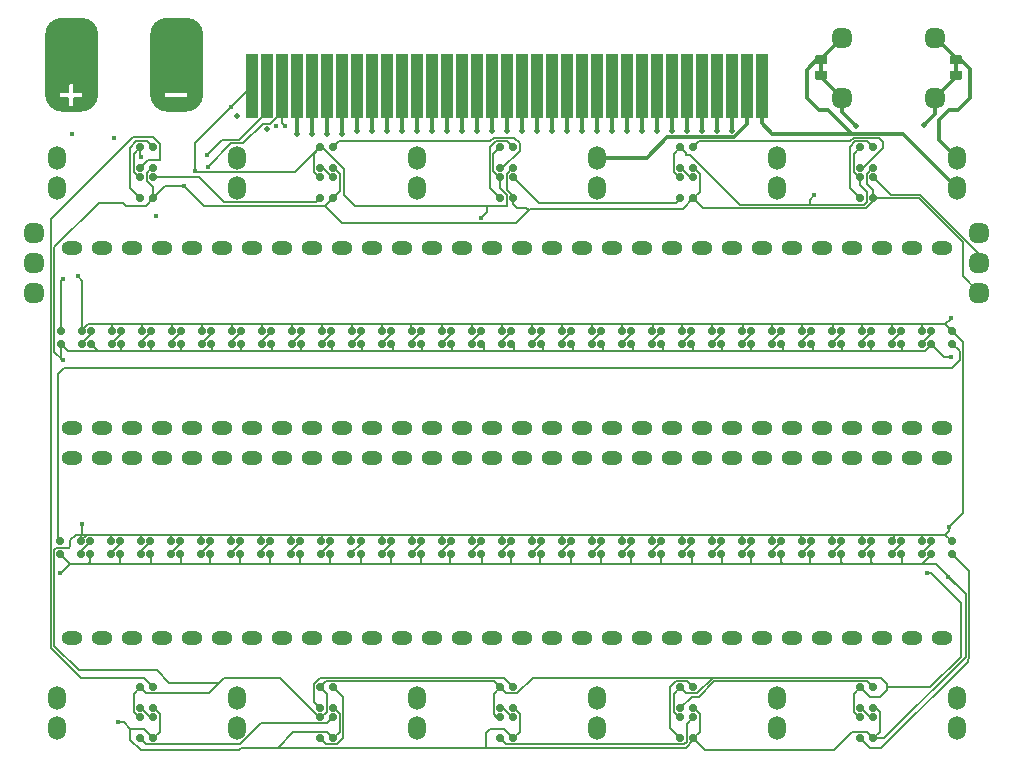
<source format=gtl>
G04 #@! TF.GenerationSoftware,KiCad,Pcbnew,7.0.7*
G04 #@! TF.CreationDate,2024-02-09T16:10:55-08:00*
G04 #@! TF.ProjectId,JumperLuxRev2Breadboard,4a756d70-6572-44c7-9578-526576324272,rev?*
G04 #@! TF.SameCoordinates,Original*
G04 #@! TF.FileFunction,Copper,L1,Top*
G04 #@! TF.FilePolarity,Positive*
%FSLAX46Y46*%
G04 Gerber Fmt 4.6, Leading zero omitted, Abs format (unit mm)*
G04 Created by KiCad (PCBNEW 7.0.7) date 2024-02-09 16:10:55*
%MOMM*%
%LPD*%
G01*
G04 APERTURE LIST*
G04 Aperture macros list*
%AMRoundRect*
0 Rectangle with rounded corners*
0 $1 Rounding radius*
0 $2 $3 $4 $5 $6 $7 $8 $9 X,Y pos of 4 corners*
0 Add a 4 corners polygon primitive as box body*
4,1,4,$2,$3,$4,$5,$6,$7,$8,$9,$2,$3,0*
0 Add four circle primitives for the rounded corners*
1,1,$1+$1,$2,$3*
1,1,$1+$1,$4,$5*
1,1,$1+$1,$6,$7*
1,1,$1+$1,$8,$9*
0 Add four rect primitives between the rounded corners*
20,1,$1+$1,$2,$3,$4,$5,0*
20,1,$1+$1,$4,$5,$6,$7,0*
20,1,$1+$1,$6,$7,$8,$9,0*
20,1,$1+$1,$8,$9,$2,$3,0*%
%AMFreePoly0*
4,1,22,0.508000,0.150000,1.300000,0.150000,1.375000,0.129904,1.429904,0.075000,1.450000,0.000000,1.429904,-0.075000,1.375000,-0.129904,1.300000,-0.150000,0.508000,-0.150000,0.508000,-0.508000,0.000000,-0.508000,-0.097202,-0.488665,-0.179605,-0.433605,-0.234665,-0.351202,-0.254000,-0.254000,-0.254000,0.254000,-0.234665,0.351202,-0.179605,0.433605,-0.097202,0.488665,0.000000,0.508000,
0.508000,0.508000,0.508000,0.150000,0.508000,0.150000,$1*%
%AMFreePoly1*
4,1,13,0.508000,-0.508000,0.000000,-0.508000,-0.097202,-0.488665,-0.179605,-0.433605,-0.234665,-0.351202,-0.254000,-0.254000,-0.254000,0.254000,-0.234665,0.351202,-0.179605,0.433605,-0.097202,0.488665,0.000000,0.508000,0.508000,0.508000,0.508000,-0.508000,0.508000,-0.508000,$1*%
G04 Aperture macros list end*
G04 #@! TA.AperFunction,EtchedComponent*
%ADD10C,0.300000*%
G04 #@! TD*
G04 #@! TA.AperFunction,EtchedComponent*
%ADD11C,0.200000*%
G04 #@! TD*
G04 #@! TA.AperFunction,EtchedComponent*
%ADD12C,0.010000*%
G04 #@! TD*
G04 #@! TA.AperFunction,SMDPad,CuDef*
%ADD13RoundRect,0.150000X0.150000X0.200000X-0.150000X0.200000X-0.150000X-0.200000X0.150000X-0.200000X0*%
G04 #@! TD*
G04 #@! TA.AperFunction,SMDPad,CuDef*
%ADD14RoundRect,0.150000X-0.200000X0.150000X-0.200000X-0.150000X0.200000X-0.150000X0.200000X0.150000X0*%
G04 #@! TD*
G04 #@! TA.AperFunction,ComponentPad*
%ADD15RoundRect,0.595000X0.255000X-0.255000X0.255000X0.255000X-0.255000X0.255000X-0.255000X-0.255000X0*%
G04 #@! TD*
G04 #@! TA.AperFunction,SMDPad,CuDef*
%ADD16FreePoly0,90.000000*%
G04 #@! TD*
G04 #@! TA.AperFunction,SMDPad,CuDef*
%ADD17FreePoly1,270.000000*%
G04 #@! TD*
G04 #@! TA.AperFunction,ComponentPad*
%ADD18C,4.000000*%
G04 #@! TD*
G04 #@! TA.AperFunction,ComponentPad*
%ADD19RoundRect,0.595000X-0.255000X-0.255000X0.255000X-0.255000X0.255000X0.255000X-0.255000X0.255000X0*%
G04 #@! TD*
G04 #@! TA.AperFunction,SMDPad,CuDef*
%ADD20FreePoly0,270.000000*%
G04 #@! TD*
G04 #@! TA.AperFunction,SMDPad,CuDef*
%ADD21FreePoly1,90.000000*%
G04 #@! TD*
G04 #@! TA.AperFunction,SMDPad,CuDef*
%ADD22RoundRect,0.100000X-0.400000X-2.650000X0.400000X-2.650000X0.400000X2.650000X-0.400000X2.650000X0*%
G04 #@! TD*
G04 #@! TA.AperFunction,ComponentPad*
%ADD23O,1.800000X1.200000*%
G04 #@! TD*
G04 #@! TA.AperFunction,ComponentPad*
%ADD24O,1.500000X2.000000*%
G04 #@! TD*
G04 #@! TA.AperFunction,ViaPad*
%ADD25C,0.400000*%
G04 #@! TD*
G04 #@! TA.AperFunction,ViaPad*
%ADD26C,0.500000*%
G04 #@! TD*
G04 #@! TA.AperFunction,Conductor*
%ADD27C,0.200000*%
G04 #@! TD*
G04 #@! TA.AperFunction,Conductor*
%ADD28C,0.300000*%
G04 #@! TD*
G04 APERTURE END LIST*
D10*
G04 #@! TO.C,TP24*
X64593587Y-125476000D02*
X64593587Y-130556000D01*
D11*
X65609586Y-130302000D02*
X65609586Y-130810000D01*
X65634987Y-130810000D02*
X66371586Y-130810000D01*
D10*
X65863587Y-124206000D02*
X67486414Y-124206000D01*
D11*
X66371586Y-129540000D02*
X66371586Y-130302000D01*
X66371586Y-129540000D02*
X66879586Y-129540000D01*
X66371586Y-130302000D02*
X65634987Y-130302000D01*
X66371586Y-130810000D02*
X66371586Y-131572000D01*
X66371586Y-131572000D02*
X66879586Y-131572000D01*
X66371586Y-131572000D02*
X66879586Y-131572000D01*
X66879586Y-129540000D02*
X66371586Y-129540000D01*
X66879586Y-129540000D02*
X66879586Y-130302000D01*
X66879586Y-130302000D02*
X67641586Y-130302000D01*
X66879586Y-130810000D02*
X66879586Y-131572000D01*
X66879586Y-130810000D02*
X67641586Y-130810000D01*
D10*
X67486414Y-131826000D02*
X65863587Y-131826000D01*
D11*
X67641586Y-130302000D02*
X67641586Y-130810000D01*
D10*
X68756414Y-125476000D02*
X68756414Y-130556000D01*
D11*
X66371586Y-131673600D02*
X66879586Y-131673600D01*
X66879586Y-131673600D02*
X66879586Y-131826000D01*
X66879586Y-131826000D02*
X66371586Y-131826000D01*
X66371586Y-131826000D02*
X66371586Y-131673600D01*
G36*
X66371586Y-131673600D02*
G01*
X66879586Y-131673600D01*
X66879586Y-131826000D01*
X66371586Y-131826000D01*
X66371586Y-131673600D01*
G37*
D10*
X65863587Y-124206000D02*
G75*
G03*
X64593587Y-125476000I-1J-1269999D01*
G01*
X64593587Y-130556000D02*
G75*
G03*
X65863587Y-131826000I1269999J-1D01*
G01*
X68756416Y-125476000D02*
G75*
G03*
X67486414Y-124206000I-1270000J0D01*
G01*
X67486414Y-131826000D02*
G75*
G03*
X68756414Y-130556000I-2J1270002D01*
G01*
D11*
X66879586Y-129540000D02*
X66371586Y-129540000D01*
X66371586Y-128524000D01*
X66879586Y-128524000D01*
X66879586Y-129540000D01*
G04 #@! TA.AperFunction,EtchedComponent*
G36*
X66879586Y-129540000D02*
G01*
X66371586Y-129540000D01*
X66371586Y-128524000D01*
X66879586Y-128524000D01*
X66879586Y-129540000D01*
G37*
G04 #@! TD.AperFunction*
D12*
X66879587Y-124714000D02*
X66117587Y-124714000D01*
X65101587Y-125730000D01*
X65101587Y-127254000D01*
X66117587Y-128270000D01*
X66879587Y-128270000D01*
X66371586Y-129794000D01*
X66371586Y-130302000D01*
X65634987Y-130302000D01*
X65634987Y-130810000D01*
X66371586Y-130810000D01*
X66371587Y-131521200D01*
X67133586Y-131826000D01*
X65863587Y-131826000D01*
X64965561Y-131454026D01*
X64593587Y-130556000D01*
X64593587Y-125476000D01*
X64965561Y-124577974D01*
X65863587Y-124206000D01*
X66879587Y-124206000D01*
X66879587Y-124714000D01*
G04 #@! TA.AperFunction,EtchedComponent*
G36*
X66879587Y-124714000D02*
G01*
X66117587Y-124714000D01*
X65101587Y-125730000D01*
X65101587Y-127254000D01*
X66117587Y-128270000D01*
X66879587Y-128270000D01*
X66371586Y-129794000D01*
X66371586Y-130302000D01*
X65634987Y-130302000D01*
X65634987Y-130810000D01*
X66371586Y-130810000D01*
X66371587Y-131521200D01*
X67133586Y-131826000D01*
X65863587Y-131826000D01*
X64965561Y-131454026D01*
X64593587Y-130556000D01*
X64593587Y-125476000D01*
X64965561Y-124577974D01*
X65863587Y-124206000D01*
X66879587Y-124206000D01*
X66879587Y-124714000D01*
G37*
G04 #@! TD.AperFunction*
X68384440Y-124577974D02*
X68756414Y-125476000D01*
X68756414Y-130302000D01*
X68384440Y-131454026D01*
X67641586Y-131826000D01*
X67133586Y-131826000D01*
X66879587Y-131826000D01*
X66879586Y-130810000D01*
X67641586Y-130810000D01*
X67641586Y-130302000D01*
X66879586Y-130302000D01*
X66879586Y-129794000D01*
X66470414Y-128270000D01*
X67232414Y-128270000D01*
X68248414Y-127254000D01*
X68248414Y-125730000D01*
X67232414Y-124714000D01*
X66470414Y-124714000D01*
X66470414Y-124206000D01*
X67486414Y-124206000D01*
X68384440Y-124577974D01*
G04 #@! TA.AperFunction,EtchedComponent*
G36*
X68384440Y-124577974D02*
G01*
X68756414Y-125476000D01*
X68756414Y-130302000D01*
X68384440Y-131454026D01*
X67641586Y-131826000D01*
X67133586Y-131826000D01*
X66879587Y-131826000D01*
X66879586Y-130810000D01*
X67641586Y-130810000D01*
X67641586Y-130302000D01*
X66879586Y-130302000D01*
X66879586Y-129794000D01*
X66470414Y-128270000D01*
X67232414Y-128270000D01*
X68248414Y-127254000D01*
X68248414Y-125730000D01*
X67232414Y-124714000D01*
X66470414Y-124714000D01*
X66470414Y-124206000D01*
X67486414Y-124206000D01*
X68384440Y-124577974D01*
G37*
G04 #@! TD.AperFunction*
D10*
G04 #@! TO.C,TP26*
X73483587Y-125476000D02*
X73483587Y-130556000D01*
D11*
X74499586Y-130302000D02*
X74499586Y-130810000D01*
X74524987Y-130810000D02*
X75413987Y-130810000D01*
D10*
X74753587Y-124206000D02*
X76376414Y-124206000D01*
D11*
X75261586Y-129540000D02*
X75261586Y-130302000D01*
X75261586Y-130302000D02*
X75769586Y-130302000D01*
X75261586Y-130810000D02*
X75261586Y-131572000D01*
X75261586Y-130810000D02*
X75769586Y-130810000D01*
X75261586Y-131572000D02*
X75769586Y-131572000D01*
X75413987Y-130302000D02*
X74524987Y-130302000D01*
X75769586Y-129540000D02*
X75261586Y-129540000D01*
X75769586Y-130302000D02*
X76531586Y-130302000D01*
X75769586Y-130810000D02*
X76531586Y-130810000D01*
D10*
X76376414Y-131826000D02*
X74753587Y-131826000D01*
D11*
X76531586Y-130302000D02*
X76531586Y-130810000D01*
D10*
X77646414Y-125476000D02*
X77646414Y-130556000D01*
X74753587Y-124206000D02*
G75*
G03*
X73483587Y-125476000I-1J-1269999D01*
G01*
X73483587Y-130556000D02*
G75*
G03*
X74753587Y-131826000I1269999J-1D01*
G01*
X77646416Y-125476000D02*
G75*
G03*
X76376414Y-124206000I-1270000J0D01*
G01*
X76376414Y-131826000D02*
G75*
G03*
X77646414Y-130556000I-2J1270002D01*
G01*
D12*
X75769587Y-124714000D02*
X75007587Y-124714000D01*
X73991587Y-125730000D01*
X73991587Y-127254000D01*
X75007587Y-128270000D01*
X75769587Y-128270000D01*
X75769587Y-130302000D01*
X75515587Y-130302000D01*
X74524987Y-130302000D01*
X74524987Y-130810000D01*
X75515587Y-130810000D01*
X75769587Y-130810000D01*
X75769587Y-131826000D01*
X74753587Y-131826000D01*
X73855561Y-131454026D01*
X73483587Y-130556000D01*
X73483587Y-125476000D01*
X73855561Y-124577974D01*
X74753587Y-124206000D01*
X75769587Y-124206000D01*
X75769587Y-124714000D01*
G04 #@! TA.AperFunction,EtchedComponent*
G36*
X75769587Y-124714000D02*
G01*
X75007587Y-124714000D01*
X73991587Y-125730000D01*
X73991587Y-127254000D01*
X75007587Y-128270000D01*
X75769587Y-128270000D01*
X75769587Y-130302000D01*
X75515587Y-130302000D01*
X74524987Y-130302000D01*
X74524987Y-130810000D01*
X75515587Y-130810000D01*
X75769587Y-130810000D01*
X75769587Y-131826000D01*
X74753587Y-131826000D01*
X73855561Y-131454026D01*
X73483587Y-130556000D01*
X73483587Y-125476000D01*
X73855561Y-124577974D01*
X74753587Y-124206000D01*
X75769587Y-124206000D01*
X75769587Y-124714000D01*
G37*
G04 #@! TD.AperFunction*
X77274440Y-124577974D02*
X77646414Y-125476000D01*
X77646414Y-130302000D01*
X77274440Y-131454026D01*
X76531586Y-131826000D01*
X75261586Y-131826000D01*
X75360414Y-130810000D01*
X75614414Y-130810000D01*
X76503414Y-130810000D01*
X76503414Y-130302000D01*
X75614414Y-130302000D01*
X75360414Y-130302000D01*
X75360414Y-128270000D01*
X76122414Y-128270000D01*
X77138414Y-127254000D01*
X77138414Y-125730000D01*
X76122414Y-124714000D01*
X75360414Y-124714000D01*
X75360414Y-124206000D01*
X76376414Y-124206000D01*
X77274440Y-124577974D01*
G04 #@! TA.AperFunction,EtchedComponent*
G36*
X77274440Y-124577974D02*
G01*
X77646414Y-125476000D01*
X77646414Y-130302000D01*
X77274440Y-131454026D01*
X76531586Y-131826000D01*
X75261586Y-131826000D01*
X75360414Y-130810000D01*
X75614414Y-130810000D01*
X76503414Y-130810000D01*
X76503414Y-130302000D01*
X75614414Y-130302000D01*
X75360414Y-130302000D01*
X75360414Y-128270000D01*
X76122414Y-128270000D01*
X77138414Y-127254000D01*
X77138414Y-125730000D01*
X76122414Y-124714000D01*
X75360414Y-124714000D01*
X75360414Y-124206000D01*
X76376414Y-124206000D01*
X77274440Y-124577974D01*
G37*
G04 #@! TD.AperFunction*
G04 #@! TD*
D13*
G04 #@! TO.P,D45,1,DOUT*
G04 #@! TO.N,Net-(D45-DOUT)*
X103082000Y-169460600D03*
G04 #@! TO.P,D45,2,VSS*
G04 #@! TO.N,LED_GND*
X103082000Y-168360600D03*
G04 #@! TO.P,D45,3,DIN*
G04 #@! TO.N,Net-(D44-DOUT)*
X101304000Y-168360600D03*
G04 #@! TO.P,D45,4,VDD*
G04 #@! TO.N,LED_5V*
X101304000Y-169460600D03*
G04 #@! TD*
D14*
G04 #@! TO.P,D71,1,DOUT*
G04 #@! TO.N,Net-(D71-DOUT)*
X134535000Y-183261000D03*
G04 #@! TO.P,D71,2,VSS*
G04 #@! TO.N,LED_GND*
X133435000Y-183261000D03*
G04 #@! TO.P,D71,3,DIN*
G04 #@! TO.N,Net-(D60-DOUT)*
X133435000Y-185039000D03*
G04 #@! TO.P,D71,4,VDD*
G04 #@! TO.N,LED_5V*
X134535000Y-185039000D03*
G04 #@! TD*
G04 #@! TO.P,D89,1,DOUT*
G04 #@! TO.N,Net-(D89-DOUT)*
X134535000Y-135001000D03*
G04 #@! TO.P,D89,2,VSS*
G04 #@! TO.N,LED_GND*
X133435000Y-135001000D03*
G04 #@! TO.P,D89,3,DIN*
G04 #@! TO.N,Net-(D88-DOUT)*
X133435000Y-136779000D03*
G04 #@! TO.P,D89,4,VDD*
G04 #@! TO.N,LED_5V*
X134535000Y-136779000D03*
G04 #@! TD*
D13*
G04 #@! TO.P,D32,1,DOUT*
G04 #@! TO.N,Net-(D32-DOUT)*
X70045400Y-169458800D03*
G04 #@! TO.P,D32,2,VSS*
G04 #@! TO.N,LED_GND*
X70045400Y-168358800D03*
G04 #@! TO.P,D32,3,DIN*
G04 #@! TO.N,Net-(D31-DOUT)*
X68267400Y-168358800D03*
G04 #@! TO.P,D32,4,VDD*
G04 #@! TO.N,LED_5V*
X68267400Y-169458800D03*
G04 #@! TD*
D14*
G04 #@! TO.P,D77,1,DOUT*
G04 #@! TO.N,Net-(D77-DOUT)*
X88815000Y-180721000D03*
G04 #@! TO.P,D77,2,VSS*
G04 #@! TO.N,LED_GND*
X87715000Y-180721000D03*
G04 #@! TO.P,D77,3,DIN*
G04 #@! TO.N,Net-(D76-DOUT)*
X87715000Y-182499000D03*
G04 #@! TO.P,D77,4,VDD*
G04 #@! TO.N,LED_5V*
X88815000Y-182499000D03*
G04 #@! TD*
D15*
G04 #@! TO.P,TP25,1,1*
G04 #@! TO.N,Net-(J1-Pin_62)*
X131927600Y-125730000D03*
G04 #@! TD*
D13*
G04 #@! TO.P,D40,1,DOUT*
G04 #@! TO.N,Net-(D40-DOUT)*
X90365400Y-169458800D03*
G04 #@! TO.P,D40,2,VSS*
G04 #@! TO.N,LED_GND*
X90365400Y-168358800D03*
G04 #@! TO.P,D40,3,DIN*
G04 #@! TO.N,Net-(D39-DOUT)*
X88587400Y-168358800D03*
G04 #@! TO.P,D40,4,VDD*
G04 #@! TO.N,LED_5V*
X88587400Y-169458800D03*
G04 #@! TD*
D14*
G04 #@! TO.P,D83,1,DOUT*
G04 #@! TO.N,Net-(D83-DOUT)*
X88815000Y-137541000D03*
G04 #@! TO.P,D83,2,VSS*
G04 #@! TO.N,LED_GND*
X87715000Y-137541000D03*
G04 #@! TO.P,D83,3,DIN*
G04 #@! TO.N,Net-(D82-DOUT)*
X87715000Y-139319000D03*
G04 #@! TO.P,D83,4,VDD*
G04 #@! TO.N,LED_5V*
X88815000Y-139319000D03*
G04 #@! TD*
D16*
G04 #@! TO.P,JP1,1,A*
G04 #@! TO.N,Net-(J1-Pin_63)*
X130149600Y-129082800D03*
D17*
G04 #@! TO.P,JP1,2,B*
G04 #@! TO.N,Net-(J1-Pin_62)*
X130149600Y-127457200D03*
G04 #@! TD*
D13*
G04 #@! TO.P,D44,1,DOUT*
G04 #@! TO.N,Net-(D44-DOUT)*
X100542000Y-169460600D03*
G04 #@! TO.P,D44,2,VSS*
G04 #@! TO.N,LED_GND*
X100542000Y-168360600D03*
G04 #@! TO.P,D44,3,DIN*
G04 #@! TO.N,Net-(D43-DOUT)*
X98764000Y-168360600D03*
G04 #@! TO.P,D44,4,VDD*
G04 #@! TO.N,LED_5V*
X98764000Y-169460600D03*
G04 #@! TD*
D14*
G04 #@! TO.P,D84,1,DOUT*
G04 #@! TO.N,Net-(D84-DOUT)*
X88815000Y-135001000D03*
G04 #@! TO.P,D84,2,VSS*
G04 #@! TO.N,LED_GND*
X87715000Y-135001000D03*
G04 #@! TO.P,D84,3,DIN*
G04 #@! TO.N,Net-(D83-DOUT)*
X87715000Y-136779000D03*
G04 #@! TO.P,D84,4,VDD*
G04 #@! TO.N,LED_5V*
X88815000Y-136779000D03*
G04 #@! TD*
D18*
G04 #@! TO.P,TP24,1,1*
G04 #@! TO.N,Net-(J1-Pin_62)*
X66625586Y-126492000D03*
G04 #@! TD*
D13*
G04 #@! TO.P,D56,1,DOUT*
G04 #@! TO.N,Net-(D56-DOUT)*
X131046400Y-169459400D03*
G04 #@! TO.P,D56,2,VSS*
G04 #@! TO.N,LED_GND*
X131046400Y-168359400D03*
G04 #@! TO.P,D56,3,DIN*
G04 #@! TO.N,Net-(D55-DOUT)*
X129268400Y-168359400D03*
G04 #@! TO.P,D56,4,VDD*
G04 #@! TO.N,LED_5V*
X129268400Y-169459400D03*
G04 #@! TD*
G04 #@! TO.P,D13,1,DOUT*
G04 #@! TO.N,Net-(D13-DOUT)*
X98051800Y-151680600D03*
G04 #@! TO.P,D13,2,VSS*
G04 #@! TO.N,LED_GND*
X98051800Y-150580600D03*
G04 #@! TO.P,D13,3,DIN*
G04 #@! TO.N,Net-(D12-DOUT)*
X96273800Y-150580600D03*
G04 #@! TO.P,D13,4,VDD*
G04 #@! TO.N,LED_5V*
X96273800Y-151680600D03*
G04 #@! TD*
G04 #@! TO.P,D27,1,DOUT*
G04 #@! TO.N,Net-(D27-DOUT)*
X133619600Y-151679400D03*
G04 #@! TO.P,D27,2,VSS*
G04 #@! TO.N,LED_GND*
X133619600Y-150579400D03*
G04 #@! TO.P,D27,3,DIN*
G04 #@! TO.N,Net-(D26-DOUT)*
X131841600Y-150579400D03*
G04 #@! TO.P,D27,4,VDD*
G04 #@! TO.N,LED_5V*
X131841600Y-151679400D03*
G04 #@! TD*
G04 #@! TO.P,D4,1,DOUT*
G04 #@! TO.N,Net-(D4-DOUT)*
X75175200Y-151680000D03*
G04 #@! TO.P,D4,2,VSS*
G04 #@! TO.N,LED_GND*
X75175200Y-150580000D03*
G04 #@! TO.P,D4,3,DIN*
G04 #@! TO.N,Net-(D3-DOUT)*
X73397200Y-150580000D03*
G04 #@! TO.P,D4,4,VDD*
G04 #@! TO.N,LED_5V*
X73397200Y-151680000D03*
G04 #@! TD*
G04 #@! TO.P,D2,1,DOUT*
G04 #@! TO.N,Net-(D2-DOUT)*
X70095200Y-151680000D03*
G04 #@! TO.P,D2,2,VSS*
G04 #@! TO.N,LED_GND*
X70095200Y-150580000D03*
G04 #@! TO.P,D2,3,DIN*
G04 #@! TO.N,Net-(D1-DOUT)*
X68317200Y-150580000D03*
G04 #@! TO.P,D2,4,VDD*
G04 #@! TO.N,LED_5V*
X68317200Y-151680000D03*
G04 #@! TD*
G04 #@! TO.P,D16,1,DOUT*
G04 #@! TO.N,Net-(D16-DOUT)*
X105671800Y-151680600D03*
G04 #@! TO.P,D16,2,VSS*
G04 #@! TO.N,LED_GND*
X105671800Y-150580600D03*
G04 #@! TO.P,D16,3,DIN*
G04 #@! TO.N,Net-(D15-DOUT)*
X103893800Y-150580600D03*
G04 #@! TO.P,D16,4,VDD*
G04 #@! TO.N,LED_5V*
X103893800Y-151680600D03*
G04 #@! TD*
G04 #@! TO.P,D55,1,DOUT*
G04 #@! TO.N,Net-(D55-DOUT)*
X128506400Y-169459400D03*
G04 #@! TO.P,D55,2,VSS*
G04 #@! TO.N,LED_GND*
X128506400Y-168359400D03*
G04 #@! TO.P,D55,3,DIN*
G04 #@! TO.N,Net-(D54-DOUT)*
X126728400Y-168359400D03*
G04 #@! TO.P,D55,4,VDD*
G04 #@! TO.N,LED_5V*
X126728400Y-169459400D03*
G04 #@! TD*
D14*
G04 #@! TO.P,D82,1,DOUT*
G04 #@! TO.N,Net-(D82-DOUT)*
X73575000Y-137541000D03*
G04 #@! TO.P,D82,2,VSS*
G04 #@! TO.N,LED_GND*
X72475000Y-137541000D03*
G04 #@! TO.P,D82,3,DIN*
G04 #@! TO.N,Net-(D81-DOUT)*
X72475000Y-139319000D03*
G04 #@! TO.P,D82,4,VDD*
G04 #@! TO.N,LED_5V*
X73575000Y-139319000D03*
G04 #@! TD*
G04 #@! TO.P,D78,1,DOUT*
G04 #@! TO.N,Net-(D78-DOUT)*
X88815000Y-183261000D03*
G04 #@! TO.P,D78,2,VSS*
G04 #@! TO.N,LED_GND*
X87715000Y-183261000D03*
G04 #@! TO.P,D78,3,DIN*
G04 #@! TO.N,Net-(D77-DOUT)*
X87715000Y-185039000D03*
G04 #@! TO.P,D78,4,VDD*
G04 #@! TO.N,LED_5V*
X88815000Y-185039000D03*
G04 #@! TD*
G04 #@! TO.P,D86,1,DOUT*
G04 #@! TO.N,Net-(D86-DOUT)*
X104055000Y-137541000D03*
G04 #@! TO.P,D86,2,VSS*
G04 #@! TO.N,LED_GND*
X102955000Y-137541000D03*
G04 #@! TO.P,D86,3,DIN*
G04 #@! TO.N,Net-(D85-DOUT)*
X102955000Y-139319000D03*
G04 #@! TO.P,D86,4,VDD*
G04 #@! TO.N,LED_5V*
X104055000Y-139319000D03*
G04 #@! TD*
G04 #@! TO.P,D76,1,DOUT*
G04 #@! TO.N,Net-(D76-DOUT)*
X104055000Y-180721000D03*
G04 #@! TO.P,D76,2,VSS*
G04 #@! TO.N,LED_GND*
X102955000Y-180721000D03*
G04 #@! TO.P,D76,3,DIN*
G04 #@! TO.N,Net-(D75-DOUT)*
X102955000Y-182499000D03*
G04 #@! TO.P,D76,4,VDD*
G04 #@! TO.N,LED_5V*
X104055000Y-182499000D03*
G04 #@! TD*
D13*
G04 #@! TO.P,D54,1,DOUT*
G04 #@! TO.N,Net-(D54-DOUT)*
X125966400Y-169459400D03*
G04 #@! TO.P,D54,2,VSS*
G04 #@! TO.N,LED_GND*
X125966400Y-168359400D03*
G04 #@! TO.P,D54,3,DIN*
G04 #@! TO.N,Net-(D53-DOUT)*
X124188400Y-168359400D03*
G04 #@! TO.P,D54,4,VDD*
G04 #@! TO.N,LED_5V*
X124188400Y-169459400D03*
G04 #@! TD*
G04 #@! TO.P,D31,1,DOUT*
G04 #@! TO.N,Net-(D31-DOUT)*
X67497600Y-169458800D03*
G04 #@! TO.P,D31,2,VSS*
G04 #@! TO.N,LED_GND*
X67497600Y-168358800D03*
G04 #@! TO.P,D31,3,DIN*
G04 #@! TO.N,Net-(D30-DOUT)*
X65719600Y-168358800D03*
G04 #@! TO.P,D31,4,VDD*
G04 #@! TO.N,LED_5V*
X65719600Y-169458800D03*
G04 #@! TD*
G04 #@! TO.P,D23,1,DOUT*
G04 #@! TO.N,Net-(D23-DOUT)*
X123459600Y-151679400D03*
G04 #@! TO.P,D23,2,VSS*
G04 #@! TO.N,LED_GND*
X123459600Y-150579400D03*
G04 #@! TO.P,D23,3,DIN*
G04 #@! TO.N,Net-(D22-DOUT)*
X121681600Y-150579400D03*
G04 #@! TO.P,D23,4,VDD*
G04 #@! TO.N,LED_5V*
X121681600Y-151679400D03*
G04 #@! TD*
G04 #@! TO.P,D38,1,DOUT*
G04 #@! TO.N,Net-(D38-DOUT)*
X85285400Y-169458800D03*
G04 #@! TO.P,D38,2,VSS*
G04 #@! TO.N,LED_GND*
X85285400Y-168358800D03*
G04 #@! TO.P,D38,3,DIN*
G04 #@! TO.N,Net-(D37-DOUT)*
X83507400Y-168358800D03*
G04 #@! TO.P,D38,4,VDD*
G04 #@! TO.N,LED_5V*
X83507400Y-169458800D03*
G04 #@! TD*
D19*
G04 #@! TO.P,TP16,1,1*
G04 #@! TO.N,LED_IN*
X63500000Y-144780000D03*
G04 #@! TD*
D13*
G04 #@! TO.P,D43,1,DOUT*
G04 #@! TO.N,Net-(D43-DOUT)*
X98002000Y-169460600D03*
G04 #@! TO.P,D43,2,VSS*
G04 #@! TO.N,LED_GND*
X98002000Y-168360600D03*
G04 #@! TO.P,D43,3,DIN*
G04 #@! TO.N,Net-(D42-DOUT)*
X96224000Y-168360600D03*
G04 #@! TO.P,D43,4,VDD*
G04 #@! TO.N,LED_5V*
X96224000Y-169460600D03*
G04 #@! TD*
D14*
G04 #@! TO.P,D90,1,DOUT*
G04 #@! TO.N,LED_OUT*
X134535000Y-137541000D03*
G04 #@! TO.P,D90,2,VSS*
G04 #@! TO.N,LED_GND*
X133435000Y-137541000D03*
G04 #@! TO.P,D90,3,DIN*
G04 #@! TO.N,Net-(D89-DOUT)*
X133435000Y-139319000D03*
G04 #@! TO.P,D90,4,VDD*
G04 #@! TO.N,LED_5V*
X134535000Y-139319000D03*
G04 #@! TD*
D13*
G04 #@! TO.P,D29,1,DOUT*
G04 #@! TO.N,Net-(D29-DOUT)*
X138699600Y-151679400D03*
G04 #@! TO.P,D29,2,VSS*
G04 #@! TO.N,LED_GND*
X138699600Y-150579400D03*
G04 #@! TO.P,D29,3,DIN*
G04 #@! TO.N,Net-(D28-DOUT)*
X136921600Y-150579400D03*
G04 #@! TO.P,D29,4,VDD*
G04 #@! TO.N,LED_5V*
X136921600Y-151679400D03*
G04 #@! TD*
D14*
G04 #@! TO.P,D80,1,DOUT*
G04 #@! TO.N,Net-(D80-DOUT)*
X73574400Y-180721000D03*
G04 #@! TO.P,D80,2,VSS*
G04 #@! TO.N,LED_GND*
X72474400Y-180721000D03*
G04 #@! TO.P,D80,3,DIN*
G04 #@! TO.N,Net-(D79-DOUT)*
X72474400Y-182499000D03*
G04 #@! TO.P,D80,4,VDD*
G04 #@! TO.N,LED_5V*
X73574400Y-182499000D03*
G04 #@! TD*
D20*
G04 #@! TO.P,JP2,1,A*
G04 #@! TO.N,Net-(J1-Pin_61)*
X141579600Y-127457200D03*
D21*
G04 #@! TO.P,JP2,2,B*
G04 #@! TO.N,Net-(J1-Pin_64)*
X141579600Y-129082800D03*
G04 #@! TD*
D13*
G04 #@! TO.P,D34,1,DOUT*
G04 #@! TO.N,Net-(D34-DOUT)*
X75125400Y-169458800D03*
G04 #@! TO.P,D34,2,VSS*
G04 #@! TO.N,LED_GND*
X75125400Y-168358800D03*
G04 #@! TO.P,D34,3,DIN*
G04 #@! TO.N,Net-(D33-DOUT)*
X73347400Y-168358800D03*
G04 #@! TO.P,D34,4,VDD*
G04 #@! TO.N,LED_5V*
X73347400Y-169458800D03*
G04 #@! TD*
G04 #@! TO.P,D37,1,DOUT*
G04 #@! TO.N,Net-(D37-DOUT)*
X82745400Y-169458800D03*
G04 #@! TO.P,D37,2,VSS*
G04 #@! TO.N,LED_GND*
X82745400Y-168358800D03*
G04 #@! TO.P,D37,3,DIN*
G04 #@! TO.N,Net-(D36-DOUT)*
X80967400Y-168358800D03*
G04 #@! TO.P,D37,4,VDD*
G04 #@! TO.N,LED_5V*
X80967400Y-169458800D03*
G04 #@! TD*
D22*
G04 #@! TO.P,J1,1,Pin_1*
G04 #@! TO.N,Net-(J1-Pin_1)*
X85725000Y-129794000D03*
G04 #@! TO.P,J1,2,Pin_2*
G04 #@! TO.N,Net-(J1-Pin_2)*
X86995000Y-129794000D03*
G04 #@! TO.P,J1,3,Pin_3*
G04 #@! TO.N,Net-(J1-Pin_3)*
X88265000Y-129794000D03*
G04 #@! TO.P,J1,4,Pin_4*
G04 #@! TO.N,Net-(J1-Pin_4)*
X89535000Y-129794000D03*
G04 #@! TO.P,J1,5,Pin_5*
G04 #@! TO.N,Net-(J1-Pin_5)*
X90805000Y-129794000D03*
G04 #@! TO.P,J1,6,Pin_6*
G04 #@! TO.N,Net-(J1-Pin_6)*
X92075000Y-129794000D03*
G04 #@! TO.P,J1,7,Pin_7*
G04 #@! TO.N,Net-(J1-Pin_7)*
X93345000Y-129794000D03*
G04 #@! TO.P,J1,8,Pin_8*
G04 #@! TO.N,Net-(J1-Pin_8)*
X94615000Y-129794000D03*
G04 #@! TO.P,J1,9,Pin_9*
G04 #@! TO.N,Net-(J1-Pin_9)*
X95885000Y-129794000D03*
G04 #@! TO.P,J1,10,Pin_10*
G04 #@! TO.N,Net-(J1-Pin_10)*
X97155000Y-129794000D03*
G04 #@! TO.P,J1,11,Pin_11*
G04 #@! TO.N,Net-(J1-Pin_11)*
X98425000Y-129794000D03*
G04 #@! TO.P,J1,12,Pin_12*
G04 #@! TO.N,Net-(J1-Pin_12)*
X99695000Y-129794000D03*
G04 #@! TO.P,J1,13,Pin_13*
G04 #@! TO.N,Net-(J1-Pin_13)*
X100965000Y-129794000D03*
G04 #@! TO.P,J1,14,Pin_14*
G04 #@! TO.N,Net-(J1-Pin_14)*
X102235000Y-129794000D03*
G04 #@! TO.P,J1,15,Pin_15*
G04 #@! TO.N,Net-(J1-Pin_15)*
X103505000Y-129794000D03*
G04 #@! TO.P,J1,16,Pin_16*
G04 #@! TO.N,Net-(J1-Pin_16)*
X104775000Y-129794000D03*
G04 #@! TO.P,J1,17,Pin_17*
G04 #@! TO.N,Net-(J1-Pin_17)*
X106045000Y-129794000D03*
G04 #@! TO.P,J1,18,Pin_18*
G04 #@! TO.N,Net-(J1-Pin_18)*
X107315000Y-129794000D03*
G04 #@! TO.P,J1,19,Pin_19*
G04 #@! TO.N,Net-(J1-Pin_19)*
X108585000Y-129794000D03*
G04 #@! TO.P,J1,20,Pin_20*
G04 #@! TO.N,Net-(J1-Pin_20)*
X109855000Y-129794000D03*
G04 #@! TO.P,J1,21,Pin_21*
G04 #@! TO.N,Net-(J1-Pin_21)*
X111125000Y-129794000D03*
G04 #@! TO.P,J1,22,Pin_22*
G04 #@! TO.N,Net-(J1-Pin_22)*
X112395000Y-129794000D03*
G04 #@! TO.P,J1,23,Pin_23*
G04 #@! TO.N,Net-(J1-Pin_23)*
X113665000Y-129794000D03*
G04 #@! TO.P,J1,24,Pin_24*
G04 #@! TO.N,Net-(J1-Pin_24)*
X114935000Y-129794000D03*
G04 #@! TO.P,J1,25,Pin_25*
G04 #@! TO.N,Net-(J1-Pin_25)*
X116205000Y-129794000D03*
G04 #@! TO.P,J1,26,Pin_26*
G04 #@! TO.N,Net-(J1-Pin_26)*
X117475000Y-129794000D03*
G04 #@! TO.P,J1,27,Pin_27*
G04 #@! TO.N,Net-(J1-Pin_27)*
X118745000Y-129794000D03*
G04 #@! TO.P,J1,28,Pin_28*
G04 #@! TO.N,Net-(J1-Pin_28)*
X120015000Y-129794000D03*
G04 #@! TO.P,J1,29,Pin_29*
G04 #@! TO.N,Net-(J1-Pin_29)*
X121285000Y-129794000D03*
G04 #@! TO.P,J1,30,Pin_30*
G04 #@! TO.N,Net-(J1-Pin_30)*
X122555000Y-129794000D03*
G04 #@! TO.P,J1,61,Pin_61*
G04 #@! TO.N,Net-(J1-Pin_61)*
X123825000Y-129794000D03*
G04 #@! TO.P,J1,62,Pin_62*
G04 #@! TO.N,Net-(J1-Pin_62)*
X125095000Y-129794000D03*
G04 #@! TO.P,J1,68,Pin_68*
G04 #@! TO.N,LED_GND*
X81915000Y-129794000D03*
G04 #@! TO.P,J1,69,Pin_69*
G04 #@! TO.N,LED_IN*
X83185000Y-129794000D03*
G04 #@! TO.P,J1,70,Pin_70*
G04 #@! TO.N,LED_5V*
X84455000Y-129794000D03*
G04 #@! TD*
D18*
G04 #@! TO.P,TP26,1,1*
G04 #@! TO.N,Net-(J1-Pin_61)*
X75515586Y-126492000D03*
G04 #@! TD*
D14*
G04 #@! TO.P,D87,1,DOUT*
G04 #@! TO.N,Net-(D87-DOUT)*
X119295000Y-137541000D03*
G04 #@! TO.P,D87,2,VSS*
G04 #@! TO.N,LED_GND*
X118195000Y-137541000D03*
G04 #@! TO.P,D87,3,DIN*
G04 #@! TO.N,Net-(D86-DOUT)*
X118195000Y-139319000D03*
G04 #@! TO.P,D87,4,VDD*
G04 #@! TO.N,LED_5V*
X119295000Y-139319000D03*
G04 #@! TD*
D15*
G04 #@! TO.P,TP31,1,1*
G04 #@! TO.N,Net-(J1-Pin_64)*
X139801600Y-130810000D03*
G04 #@! TD*
D13*
G04 #@! TO.P,D14,1,DOUT*
G04 #@! TO.N,Net-(D14-DOUT)*
X100591800Y-151680600D03*
G04 #@! TO.P,D14,2,VSS*
G04 #@! TO.N,LED_GND*
X100591800Y-150580600D03*
G04 #@! TO.P,D14,3,DIN*
G04 #@! TO.N,Net-(D13-DOUT)*
X98813800Y-150580600D03*
G04 #@! TO.P,D14,4,VDD*
G04 #@! TO.N,LED_5V*
X98813800Y-151680600D03*
G04 #@! TD*
D14*
G04 #@! TO.P,D85,1,DOUT*
G04 #@! TO.N,Net-(D85-DOUT)*
X104055000Y-135001000D03*
G04 #@! TO.P,D85,2,VSS*
G04 #@! TO.N,LED_GND*
X102955000Y-135001000D03*
G04 #@! TO.P,D85,3,DIN*
G04 #@! TO.N,Net-(D84-DOUT)*
X102955000Y-136779000D03*
G04 #@! TO.P,D85,4,VDD*
G04 #@! TO.N,LED_5V*
X104055000Y-136779000D03*
G04 #@! TD*
D19*
G04 #@! TO.P,TP21,1,1*
G04 #@! TO.N,LED_5V*
X63500000Y-147320000D03*
G04 #@! TD*
D13*
G04 #@! TO.P,D11,1,DOUT*
G04 #@! TO.N,Net-(D11-DOUT)*
X92964000Y-151680600D03*
G04 #@! TO.P,D11,2,VSS*
G04 #@! TO.N,LED_GND*
X92964000Y-150580600D03*
G04 #@! TO.P,D11,3,DIN*
G04 #@! TO.N,Net-(D10-DOUT)*
X91186000Y-150580600D03*
G04 #@! TO.P,D11,4,VDD*
G04 #@! TO.N,LED_5V*
X91186000Y-151680600D03*
G04 #@! TD*
G04 #@! TO.P,D20,1,DOUT*
G04 #@! TO.N,Net-(D20-DOUT)*
X115831800Y-151680600D03*
G04 #@! TO.P,D20,2,VSS*
G04 #@! TO.N,LED_GND*
X115831800Y-150580600D03*
G04 #@! TO.P,D20,3,DIN*
G04 #@! TO.N,Net-(D19-DOUT)*
X114053800Y-150580600D03*
G04 #@! TO.P,D20,4,VDD*
G04 #@! TO.N,LED_5V*
X114053800Y-151680600D03*
G04 #@! TD*
G04 #@! TO.P,D26,1,DOUT*
G04 #@! TO.N,Net-(D26-DOUT)*
X131079600Y-151679400D03*
G04 #@! TO.P,D26,2,VSS*
G04 #@! TO.N,LED_GND*
X131079600Y-150579400D03*
G04 #@! TO.P,D26,3,DIN*
G04 #@! TO.N,Net-(D25-DOUT)*
X129301600Y-150579400D03*
G04 #@! TO.P,D26,4,VDD*
G04 #@! TO.N,LED_5V*
X129301600Y-151679400D03*
G04 #@! TD*
D15*
G04 #@! TO.P,TP27,1,1*
G04 #@! TO.N,Net-(J1-Pin_61)*
X139801600Y-125730000D03*
G04 #@! TD*
D13*
G04 #@! TO.P,D15,1,DOUT*
G04 #@! TO.N,Net-(D15-DOUT)*
X103131800Y-151680600D03*
G04 #@! TO.P,D15,2,VSS*
G04 #@! TO.N,LED_GND*
X103131800Y-150580600D03*
G04 #@! TO.P,D15,3,DIN*
G04 #@! TO.N,Net-(D14-DOUT)*
X101353800Y-150580600D03*
G04 #@! TO.P,D15,4,VDD*
G04 #@! TO.N,LED_5V*
X101353800Y-151680600D03*
G04 #@! TD*
D14*
G04 #@! TO.P,D88,1,DOUT*
G04 #@! TO.N,Net-(D88-DOUT)*
X119295000Y-135001000D03*
G04 #@! TO.P,D88,2,VSS*
G04 #@! TO.N,LED_GND*
X118195000Y-135001000D03*
G04 #@! TO.P,D88,3,DIN*
G04 #@! TO.N,Net-(D87-DOUT)*
X118195000Y-136779000D03*
G04 #@! TO.P,D88,4,VDD*
G04 #@! TO.N,LED_5V*
X119295000Y-136779000D03*
G04 #@! TD*
D13*
G04 #@! TO.P,D60,1,DOUT*
G04 #@! TO.N,Net-(D60-DOUT)*
X141206400Y-169459400D03*
G04 #@! TO.P,D60,2,VSS*
G04 #@! TO.N,LED_GND*
X141206400Y-168359400D03*
G04 #@! TO.P,D60,3,DIN*
G04 #@! TO.N,Net-(D59-DOUT)*
X139428400Y-168359400D03*
G04 #@! TO.P,D60,4,VDD*
G04 #@! TO.N,LED_5V*
X139428400Y-169459400D03*
G04 #@! TD*
G04 #@! TO.P,D17,1,DOUT*
G04 #@! TO.N,Net-(D17-DOUT)*
X108211800Y-151680600D03*
G04 #@! TO.P,D17,2,VSS*
G04 #@! TO.N,LED_GND*
X108211800Y-150580600D03*
G04 #@! TO.P,D17,3,DIN*
G04 #@! TO.N,Net-(D16-DOUT)*
X106433800Y-150580600D03*
G04 #@! TO.P,D17,4,VDD*
G04 #@! TO.N,LED_5V*
X106433800Y-151680600D03*
G04 #@! TD*
G04 #@! TO.P,D48,1,DOUT*
G04 #@! TO.N,Net-(D48-DOUT)*
X110702000Y-169460600D03*
G04 #@! TO.P,D48,2,VSS*
G04 #@! TO.N,LED_GND*
X110702000Y-168360600D03*
G04 #@! TO.P,D48,3,DIN*
G04 #@! TO.N,Net-(D47-DOUT)*
X108924000Y-168360600D03*
G04 #@! TO.P,D48,4,VDD*
G04 #@! TO.N,LED_5V*
X108924000Y-169460600D03*
G04 #@! TD*
G04 #@! TO.P,D19,1,DOUT*
G04 #@! TO.N,Net-(D19-DOUT)*
X113291800Y-151680600D03*
G04 #@! TO.P,D19,2,VSS*
G04 #@! TO.N,LED_GND*
X113291800Y-150580600D03*
G04 #@! TO.P,D19,3,DIN*
G04 #@! TO.N,Net-(D18-DOUT)*
X111513800Y-150580600D03*
G04 #@! TO.P,D19,4,VDD*
G04 #@! TO.N,LED_5V*
X111513800Y-151680600D03*
G04 #@! TD*
D14*
G04 #@! TO.P,D79,1,DOUT*
G04 #@! TO.N,Net-(D79-DOUT)*
X73575000Y-183261000D03*
G04 #@! TO.P,D79,2,VSS*
G04 #@! TO.N,LED_GND*
X72475000Y-183261000D03*
G04 #@! TO.P,D79,3,DIN*
G04 #@! TO.N,Net-(D78-DOUT)*
X72475000Y-185039000D03*
G04 #@! TO.P,D79,4,VDD*
G04 #@! TO.N,LED_5V*
X73575000Y-185039000D03*
G04 #@! TD*
D13*
G04 #@! TO.P,D39,1,DOUT*
G04 #@! TO.N,Net-(D39-DOUT)*
X87825400Y-169458800D03*
G04 #@! TO.P,D39,2,VSS*
G04 #@! TO.N,LED_GND*
X87825400Y-168358800D03*
G04 #@! TO.P,D39,3,DIN*
G04 #@! TO.N,Net-(D38-DOUT)*
X86047400Y-168358800D03*
G04 #@! TO.P,D39,4,VDD*
G04 #@! TO.N,LED_5V*
X86047400Y-169458800D03*
G04 #@! TD*
G04 #@! TO.P,D53,1,DOUT*
G04 #@! TO.N,Net-(D53-DOUT)*
X123426400Y-169459400D03*
G04 #@! TO.P,D53,2,VSS*
G04 #@! TO.N,LED_GND*
X123426400Y-168359400D03*
G04 #@! TO.P,D53,3,DIN*
G04 #@! TO.N,Net-(D52-DOUT)*
X121648400Y-168359400D03*
G04 #@! TO.P,D53,4,VDD*
G04 #@! TO.N,LED_5V*
X121648400Y-169459400D03*
G04 #@! TD*
G04 #@! TO.P,D46,1,DOUT*
G04 #@! TO.N,Net-(D46-DOUT)*
X105622000Y-169460600D03*
G04 #@! TO.P,D46,2,VSS*
G04 #@! TO.N,LED_GND*
X105622000Y-168360600D03*
G04 #@! TO.P,D46,3,DIN*
G04 #@! TO.N,Net-(D45-DOUT)*
X103844000Y-168360600D03*
G04 #@! TO.P,D46,4,VDD*
G04 #@! TO.N,LED_5V*
X103844000Y-169460600D03*
G04 #@! TD*
G04 #@! TO.P,D36,1,DOUT*
G04 #@! TO.N,Net-(D36-DOUT)*
X80205400Y-169458800D03*
G04 #@! TO.P,D36,2,VSS*
G04 #@! TO.N,LED_GND*
X80205400Y-168358800D03*
G04 #@! TO.P,D36,3,DIN*
G04 #@! TO.N,Net-(D35-DOUT)*
X78427400Y-168358800D03*
G04 #@! TO.P,D36,4,VDD*
G04 #@! TO.N,LED_5V*
X78427400Y-169458800D03*
G04 #@! TD*
G04 #@! TO.P,D28,1,DOUT*
G04 #@! TO.N,Net-(D28-DOUT)*
X136159600Y-151679400D03*
G04 #@! TO.P,D28,2,VSS*
G04 #@! TO.N,LED_GND*
X136159600Y-150579400D03*
G04 #@! TO.P,D28,3,DIN*
G04 #@! TO.N,Net-(D27-DOUT)*
X134381600Y-150579400D03*
G04 #@! TO.P,D28,4,VDD*
G04 #@! TO.N,LED_5V*
X134381600Y-151679400D03*
G04 #@! TD*
G04 #@! TO.P,D33,1,DOUT*
G04 #@! TO.N,Net-(D33-DOUT)*
X72585400Y-169458800D03*
G04 #@! TO.P,D33,2,VSS*
G04 #@! TO.N,LED_GND*
X72585400Y-168358800D03*
G04 #@! TO.P,D33,3,DIN*
G04 #@! TO.N,Net-(D32-DOUT)*
X70807400Y-168358800D03*
G04 #@! TO.P,D33,4,VDD*
G04 #@! TO.N,LED_5V*
X70807400Y-169458800D03*
G04 #@! TD*
G04 #@! TO.P,D50,1,DOUT*
G04 #@! TO.N,Net-(D50-DOUT)*
X115789800Y-169460600D03*
G04 #@! TO.P,D50,2,VSS*
G04 #@! TO.N,LED_GND*
X115789800Y-168360600D03*
G04 #@! TO.P,D50,3,DIN*
G04 #@! TO.N,Net-(D49-DOUT)*
X114011800Y-168360600D03*
G04 #@! TO.P,D50,4,VDD*
G04 #@! TO.N,LED_5V*
X114011800Y-169460600D03*
G04 #@! TD*
G04 #@! TO.P,D25,1,DOUT*
G04 #@! TO.N,Net-(D25-DOUT)*
X128539600Y-151679400D03*
G04 #@! TO.P,D25,2,VSS*
G04 #@! TO.N,LED_GND*
X128539600Y-150579400D03*
G04 #@! TO.P,D25,3,DIN*
G04 #@! TO.N,Net-(D24-DOUT)*
X126761600Y-150579400D03*
G04 #@! TO.P,D25,4,VDD*
G04 #@! TO.N,LED_5V*
X126761600Y-151679400D03*
G04 #@! TD*
G04 #@! TO.P,D52,1,DOUT*
G04 #@! TO.N,Net-(D52-DOUT)*
X120886400Y-169459400D03*
G04 #@! TO.P,D52,2,VSS*
G04 #@! TO.N,LED_GND*
X120886400Y-168359400D03*
G04 #@! TO.P,D52,3,DIN*
G04 #@! TO.N,Net-(D51-DOUT)*
X119108400Y-168359400D03*
G04 #@! TO.P,D52,4,VDD*
G04 #@! TO.N,LED_5V*
X119108400Y-169459400D03*
G04 #@! TD*
G04 #@! TO.P,D7,1,DOUT*
G04 #@! TO.N,Net-(D7-DOUT)*
X82795200Y-151680000D03*
G04 #@! TO.P,D7,2,VSS*
G04 #@! TO.N,LED_GND*
X82795200Y-150580000D03*
G04 #@! TO.P,D7,3,DIN*
G04 #@! TO.N,Net-(D6-DOUT)*
X81017200Y-150580000D03*
G04 #@! TO.P,D7,4,VDD*
G04 #@! TO.N,LED_5V*
X81017200Y-151680000D03*
G04 #@! TD*
G04 #@! TO.P,D58,1,DOUT*
G04 #@! TO.N,Net-(D58-DOUT)*
X136126400Y-169459400D03*
G04 #@! TO.P,D58,2,VSS*
G04 #@! TO.N,LED_GND*
X136126400Y-168359400D03*
G04 #@! TO.P,D58,3,DIN*
G04 #@! TO.N,Net-(D57-DOUT)*
X134348400Y-168359400D03*
G04 #@! TO.P,D58,4,VDD*
G04 #@! TO.N,LED_5V*
X134348400Y-169459400D03*
G04 #@! TD*
D19*
G04 #@! TO.P,TP23,1,1*
G04 #@! TO.N,LED_GND*
X143510000Y-142240000D03*
G04 #@! TD*
D13*
G04 #@! TO.P,D18,1,DOUT*
G04 #@! TO.N,Net-(D18-DOUT)*
X110751800Y-151680600D03*
G04 #@! TO.P,D18,2,VSS*
G04 #@! TO.N,LED_GND*
X110751800Y-150580600D03*
G04 #@! TO.P,D18,3,DIN*
G04 #@! TO.N,Net-(D17-DOUT)*
X108973800Y-150580600D03*
G04 #@! TO.P,D18,4,VDD*
G04 #@! TO.N,LED_5V*
X108973800Y-151680600D03*
G04 #@! TD*
D14*
G04 #@! TO.P,D73,1,DOUT*
G04 #@! TO.N,Net-(D73-DOUT)*
X119295000Y-180721000D03*
G04 #@! TO.P,D73,2,VSS*
G04 #@! TO.N,LED_GND*
X118195000Y-180721000D03*
G04 #@! TO.P,D73,3,DIN*
G04 #@! TO.N,Net-(D72-DOUT)*
X118195000Y-182499000D03*
G04 #@! TO.P,D73,4,VDD*
G04 #@! TO.N,LED_5V*
X119295000Y-182499000D03*
G04 #@! TD*
D13*
G04 #@! TO.P,D30,1,DOUT*
G04 #@! TO.N,Net-(D30-DOUT)*
X141239600Y-151679400D03*
G04 #@! TO.P,D30,2,VSS*
G04 #@! TO.N,LED_GND*
X141239600Y-150579400D03*
G04 #@! TO.P,D30,3,DIN*
G04 #@! TO.N,Net-(D29-DOUT)*
X139461600Y-150579400D03*
G04 #@! TO.P,D30,4,VDD*
G04 #@! TO.N,LED_5V*
X139461600Y-151679400D03*
G04 #@! TD*
G04 #@! TO.P,D3,1,DOUT*
G04 #@! TO.N,Net-(D3-DOUT)*
X72635200Y-151680000D03*
G04 #@! TO.P,D3,2,VSS*
G04 #@! TO.N,LED_GND*
X72635200Y-150580000D03*
G04 #@! TO.P,D3,3,DIN*
G04 #@! TO.N,Net-(D2-DOUT)*
X70857200Y-150580000D03*
G04 #@! TO.P,D3,4,VDD*
G04 #@! TO.N,LED_5V*
X70857200Y-151680000D03*
G04 #@! TD*
G04 #@! TO.P,D9,1,DOUT*
G04 #@! TO.N,Net-(D10-DIN)*
X87875200Y-151680000D03*
G04 #@! TO.P,D9,2,VSS*
G04 #@! TO.N,LED_GND*
X87875200Y-150580000D03*
G04 #@! TO.P,D9,3,DIN*
G04 #@! TO.N,Net-(D8-DOUT)*
X86097200Y-150580000D03*
G04 #@! TO.P,D9,4,VDD*
G04 #@! TO.N,LED_5V*
X86097200Y-151680000D03*
G04 #@! TD*
G04 #@! TO.P,D12,1,DOUT*
G04 #@! TO.N,Net-(D12-DOUT)*
X95511800Y-151680600D03*
G04 #@! TO.P,D12,2,VSS*
G04 #@! TO.N,LED_GND*
X95511800Y-150580600D03*
G04 #@! TO.P,D12,3,DIN*
G04 #@! TO.N,Net-(D11-DOUT)*
X93733800Y-150580600D03*
G04 #@! TO.P,D12,4,VDD*
G04 #@! TO.N,LED_5V*
X93733800Y-151680600D03*
G04 #@! TD*
D14*
G04 #@! TO.P,D81,1,DOUT*
G04 #@! TO.N,Net-(D81-DOUT)*
X73575000Y-135001000D03*
G04 #@! TO.P,D81,2,VSS*
G04 #@! TO.N,LED_GND*
X72475000Y-135001000D03*
G04 #@! TO.P,D81,3,DIN*
G04 #@! TO.N,Net-(D80-DOUT)*
X72475000Y-136779000D03*
G04 #@! TO.P,D81,4,VDD*
G04 #@! TO.N,LED_5V*
X73575000Y-136779000D03*
G04 #@! TD*
D13*
G04 #@! TO.P,D21,1,DOUT*
G04 #@! TO.N,Net-(D21-DOUT)*
X118371800Y-151679400D03*
G04 #@! TO.P,D21,2,VSS*
G04 #@! TO.N,LED_GND*
X118371800Y-150579400D03*
G04 #@! TO.P,D21,3,DIN*
G04 #@! TO.N,Net-(D20-DOUT)*
X116593800Y-150579400D03*
G04 #@! TO.P,D21,4,VDD*
G04 #@! TO.N,LED_5V*
X116593800Y-151679400D03*
G04 #@! TD*
G04 #@! TO.P,D51,1,DOUT*
G04 #@! TO.N,Net-(D51-DOUT)*
X118338600Y-169459400D03*
G04 #@! TO.P,D51,2,VSS*
G04 #@! TO.N,LED_GND*
X118338600Y-168359400D03*
G04 #@! TO.P,D51,3,DIN*
G04 #@! TO.N,Net-(D50-DOUT)*
X116560600Y-168359400D03*
G04 #@! TO.P,D51,4,VDD*
G04 #@! TO.N,LED_5V*
X116560600Y-169459400D03*
G04 #@! TD*
G04 #@! TO.P,D1,1,DOUT*
G04 #@! TO.N,Net-(D1-DOUT)*
X67555200Y-151680000D03*
G04 #@! TO.P,D1,2,VSS*
G04 #@! TO.N,LED_GND*
X67555200Y-150580000D03*
G04 #@! TO.P,D1,3,DIN*
G04 #@! TO.N,LED_IN*
X65777200Y-150580000D03*
G04 #@! TO.P,D1,4,VDD*
G04 #@! TO.N,LED_5V*
X65777200Y-151680000D03*
G04 #@! TD*
G04 #@! TO.P,D59,1,DOUT*
G04 #@! TO.N,Net-(D59-DOUT)*
X138666400Y-169459400D03*
G04 #@! TO.P,D59,2,VSS*
G04 #@! TO.N,LED_GND*
X138666400Y-168359400D03*
G04 #@! TO.P,D59,3,DIN*
G04 #@! TO.N,Net-(D58-DOUT)*
X136888400Y-168359400D03*
G04 #@! TO.P,D59,4,VDD*
G04 #@! TO.N,LED_5V*
X136888400Y-169459400D03*
G04 #@! TD*
D15*
G04 #@! TO.P,TP29,1,1*
G04 #@! TO.N,Net-(J1-Pin_63)*
X131927600Y-130810000D03*
G04 #@! TD*
D23*
G04 #@! TO.P,J11,1,Pin_1*
G04 #@! TO.N,Net-(J1-Pin_1)*
X66675000Y-143510000D03*
X66675000Y-158750000D03*
G04 #@! TO.P,J11,2,Pin_2*
G04 #@! TO.N,Net-(J1-Pin_2)*
X69215000Y-143510000D03*
X69215000Y-158750000D03*
G04 #@! TO.P,J11,3,Pin_3*
G04 #@! TO.N,Net-(J1-Pin_3)*
X71755000Y-143510000D03*
X71755000Y-158750000D03*
G04 #@! TO.P,J11,4,Pin_4*
G04 #@! TO.N,Net-(J1-Pin_4)*
X74295000Y-143510000D03*
X74295000Y-158750000D03*
G04 #@! TO.P,J11,5,Pin_5*
G04 #@! TO.N,Net-(J1-Pin_5)*
X76835000Y-143510000D03*
X76835000Y-158750000D03*
G04 #@! TO.P,J11,6,Pin_6*
G04 #@! TO.N,Net-(J1-Pin_6)*
X79375000Y-143510000D03*
X79375000Y-158750000D03*
G04 #@! TO.P,J11,7,Pin_7*
G04 #@! TO.N,Net-(J1-Pin_7)*
X81915000Y-143510000D03*
X81915000Y-158750000D03*
G04 #@! TO.P,J11,8,Pin_8*
G04 #@! TO.N,Net-(J1-Pin_8)*
X84455000Y-143510000D03*
X84455000Y-158750000D03*
G04 #@! TO.P,J11,9,Pin_9*
G04 #@! TO.N,Net-(J1-Pin_9)*
X86995000Y-143510000D03*
X86995000Y-158750000D03*
G04 #@! TO.P,J11,10,Pin_10*
G04 #@! TO.N,Net-(J1-Pin_10)*
X89535000Y-143510000D03*
X89535000Y-158750000D03*
G04 #@! TO.P,J11,11,Pin_11*
G04 #@! TO.N,Net-(J1-Pin_11)*
X92075000Y-143510000D03*
X92075000Y-158750000D03*
G04 #@! TO.P,J11,12,Pin_12*
G04 #@! TO.N,Net-(J1-Pin_12)*
X94615000Y-143510000D03*
X94615000Y-158750000D03*
G04 #@! TO.P,J11,13,Pin_13*
G04 #@! TO.N,Net-(J1-Pin_13)*
X97155000Y-143510000D03*
X97155000Y-158750000D03*
G04 #@! TO.P,J11,14,Pin_14*
G04 #@! TO.N,Net-(J1-Pin_14)*
X99695000Y-143510000D03*
X99695000Y-158750000D03*
G04 #@! TO.P,J11,15,Pin_15*
G04 #@! TO.N,Net-(J1-Pin_15)*
X102235000Y-143510000D03*
X102235000Y-158750000D03*
G04 #@! TO.P,J11,16,Pin_16*
G04 #@! TO.N,Net-(J1-Pin_16)*
X104775000Y-143510000D03*
X104775000Y-158750000D03*
G04 #@! TO.P,J11,17,Pin_17*
G04 #@! TO.N,Net-(J1-Pin_17)*
X107315000Y-143510000D03*
X107315000Y-158750000D03*
G04 #@! TO.P,J11,18,Pin_18*
G04 #@! TO.N,Net-(J1-Pin_18)*
X109855000Y-143510000D03*
X109855000Y-158750000D03*
G04 #@! TO.P,J11,19,Pin_19*
G04 #@! TO.N,Net-(J1-Pin_19)*
X112395000Y-143510000D03*
X112395000Y-158750000D03*
G04 #@! TO.P,J11,20,Pin_20*
G04 #@! TO.N,Net-(J1-Pin_20)*
X114935000Y-143510000D03*
X114935000Y-158750000D03*
G04 #@! TO.P,J11,21,Pin_21*
G04 #@! TO.N,Net-(J1-Pin_21)*
X117475000Y-143510000D03*
X117475000Y-158750000D03*
G04 #@! TO.P,J11,22,Pin_22*
G04 #@! TO.N,Net-(J1-Pin_22)*
X120015000Y-143510000D03*
X120015000Y-158750000D03*
G04 #@! TO.P,J11,23,Pin_23*
G04 #@! TO.N,Net-(J1-Pin_23)*
X122555000Y-143510000D03*
X122555000Y-158750000D03*
G04 #@! TO.P,J11,24,Pin_24*
G04 #@! TO.N,Net-(J1-Pin_24)*
X125095000Y-143510000D03*
X125095000Y-158750000D03*
G04 #@! TO.P,J11,25,Pin_25*
G04 #@! TO.N,Net-(J1-Pin_25)*
X127635000Y-143510000D03*
X127635000Y-158750000D03*
G04 #@! TO.P,J11,26,Pin_26*
G04 #@! TO.N,Net-(J1-Pin_26)*
X130175000Y-143510000D03*
X130175000Y-158750000D03*
G04 #@! TO.P,J11,27,Pin_27*
G04 #@! TO.N,Net-(J1-Pin_27)*
X132715000Y-143510000D03*
X132715000Y-158750000D03*
G04 #@! TO.P,J11,28,Pin_28*
G04 #@! TO.N,Net-(J1-Pin_28)*
X135255000Y-143510000D03*
X135255000Y-158750000D03*
G04 #@! TO.P,J11,29,Pin_29*
G04 #@! TO.N,Net-(J1-Pin_29)*
X137795000Y-143510000D03*
X137795000Y-158750000D03*
G04 #@! TO.P,J11,30,Pin_30*
G04 #@! TO.N,Net-(J1-Pin_30)*
X140335000Y-143510000D03*
X140335000Y-158750000D03*
G04 #@! TO.P,J11,31,Pin_31*
G04 #@! TO.N,Net-(J1-Pin_31)*
X66675000Y-161290000D03*
X66675000Y-176530000D03*
G04 #@! TO.P,J11,32,Pin_0*
G04 #@! TO.N,Net-(J1-Pin_32)*
X69215000Y-161290000D03*
X69215000Y-176530000D03*
G04 #@! TO.P,J11,33,Pin_1*
G04 #@! TO.N,Net-(J1-Pin_33)*
X71755000Y-161290000D03*
X71755000Y-176530000D03*
G04 #@! TO.P,J11,34,Pin_2*
G04 #@! TO.N,Net-(J1-Pin_34)*
X74295000Y-161290000D03*
X74295000Y-176530000D03*
G04 #@! TO.P,J11,35,Pin_3*
G04 #@! TO.N,Net-(J1-Pin_35)*
X76835000Y-161290000D03*
X76835000Y-176530000D03*
G04 #@! TO.P,J11,36,Pin_4*
G04 #@! TO.N,Net-(J1-Pin_36)*
X79375000Y-161290000D03*
X79375000Y-176530000D03*
G04 #@! TO.P,J11,37,Pin_5*
G04 #@! TO.N,Net-(J1-Pin_37)*
X81915000Y-161290000D03*
X81915000Y-176530000D03*
G04 #@! TO.P,J11,38,Pin_6*
G04 #@! TO.N,Net-(J1-Pin_38)*
X84455000Y-161290000D03*
X84455000Y-176530000D03*
G04 #@! TO.P,J11,39,Pin_7*
G04 #@! TO.N,Net-(J1-Pin_39)*
X86995000Y-161290000D03*
X86995000Y-176530000D03*
G04 #@! TO.P,J11,40,Pin_8*
G04 #@! TO.N,Net-(J1-Pin_40)*
X89535000Y-161290000D03*
X89535000Y-176530000D03*
G04 #@! TO.P,J11,41,Pin_9*
G04 #@! TO.N,Net-(J1-Pin_41)*
X92075000Y-161290000D03*
X92075000Y-176530000D03*
G04 #@! TO.P,J11,42,Pin_10*
G04 #@! TO.N,Net-(J1-Pin_42)*
X94615000Y-161290000D03*
X94615000Y-176530000D03*
G04 #@! TO.P,J11,43,Pin_11*
G04 #@! TO.N,Net-(J1-Pin_43)*
X97155000Y-161290000D03*
X97155000Y-176530000D03*
G04 #@! TO.P,J11,44,Pin_12*
G04 #@! TO.N,Net-(J1-Pin_44)*
X99695000Y-161290000D03*
X99695000Y-176530000D03*
G04 #@! TO.P,J11,45,Pin_13*
G04 #@! TO.N,Net-(J1-Pin_45)*
X102235000Y-161290000D03*
X102235000Y-176530000D03*
G04 #@! TO.P,J11,46,Pin_14*
G04 #@! TO.N,Net-(J1-Pin_46)*
X104775000Y-161290000D03*
X104775000Y-176530000D03*
G04 #@! TO.P,J11,47,Pin_15*
G04 #@! TO.N,Net-(J1-Pin_47)*
X107315000Y-161290000D03*
X107315000Y-176530000D03*
G04 #@! TO.P,J11,48,Pin_16*
G04 #@! TO.N,Net-(J1-Pin_48)*
X109855000Y-161290000D03*
X109855000Y-176530000D03*
G04 #@! TO.P,J11,49,Pin_17*
G04 #@! TO.N,Net-(J1-Pin_49)*
X112395000Y-161290000D03*
X112395000Y-176530000D03*
G04 #@! TO.P,J11,50,Pin_18*
G04 #@! TO.N,Net-(J1-Pin_50)*
X114935000Y-161290000D03*
X114935000Y-176530000D03*
G04 #@! TO.P,J11,51,Pin_19*
G04 #@! TO.N,Net-(J1-Pin_51)*
X117475000Y-161290000D03*
X117475000Y-176530000D03*
G04 #@! TO.P,J11,52,Pin_20*
G04 #@! TO.N,Net-(J1-Pin_52)*
X120015000Y-161290000D03*
X120015000Y-176530000D03*
G04 #@! TO.P,J11,53,Pin_21*
G04 #@! TO.N,Net-(J1-Pin_53)*
X122555000Y-161290000D03*
X122555000Y-176530000D03*
G04 #@! TO.P,J11,54,Pin_22*
G04 #@! TO.N,Net-(J1-Pin_54)*
X125095000Y-161290000D03*
X125095000Y-176530000D03*
G04 #@! TO.P,J11,55,Pin_23*
G04 #@! TO.N,Net-(J1-Pin_55)*
X127635000Y-161290000D03*
X127635000Y-176530000D03*
G04 #@! TO.P,J11,56,Pin_24*
G04 #@! TO.N,Net-(J1-Pin_56)*
X130175000Y-161290000D03*
X130175000Y-176530000D03*
G04 #@! TO.P,J11,57,Pin_25*
G04 #@! TO.N,Net-(J1-Pin_57)*
X132715000Y-161290000D03*
X132715000Y-176530000D03*
G04 #@! TO.P,J11,58,Pin_26*
G04 #@! TO.N,Net-(J1-Pin_58)*
X135255000Y-161290000D03*
X135255000Y-176530000D03*
G04 #@! TO.P,J11,59,Pin_27*
G04 #@! TO.N,Net-(J1-Pin_59)*
X137795000Y-161290000D03*
X137795000Y-176530000D03*
G04 #@! TO.P,J11,60,Pin_28*
G04 #@! TO.N,Net-(J1-Pin_60)*
X140335000Y-161290000D03*
X140335000Y-176530000D03*
D24*
G04 #@! TO.P,J11,61,Top_Pos*
G04 #@! TO.N,Net-(J1-Pin_61)*
X65405000Y-135890000D03*
X80645000Y-135890000D03*
X95885000Y-135890000D03*
X111125000Y-135890000D03*
X126365000Y-135890000D03*
X141605000Y-135890000D03*
G04 #@! TO.P,J11,62,Top_Neg*
G04 #@! TO.N,Net-(J1-Pin_62)*
X65405000Y-138430000D03*
X80645000Y-138430000D03*
X95885000Y-138430000D03*
X111125000Y-138430000D03*
X126365000Y-138430000D03*
X141605000Y-138430000D03*
G04 #@! TO.P,J11,63,Bot_Pos*
G04 #@! TO.N,Net-(J1-Pin_63)*
X65405000Y-181610000D03*
X80645000Y-181610000D03*
X95885000Y-181622700D03*
X111125000Y-181610000D03*
X126365000Y-181610000D03*
X141605000Y-181610000D03*
G04 #@! TO.P,J11,64,Bot_Neg*
G04 #@! TO.N,Net-(J1-Pin_64)*
X65405000Y-184150000D03*
X80645000Y-184150000D03*
X95885000Y-184150000D03*
X111125000Y-184150000D03*
X126365000Y-184150000D03*
X141605000Y-184150000D03*
G04 #@! TD*
D13*
G04 #@! TO.P,D8,1,DOUT*
G04 #@! TO.N,Net-(D8-DOUT)*
X85335200Y-151680000D03*
G04 #@! TO.P,D8,2,VSS*
G04 #@! TO.N,LED_GND*
X85335200Y-150580000D03*
G04 #@! TO.P,D8,3,DIN*
G04 #@! TO.N,Net-(D7-DOUT)*
X83557200Y-150580000D03*
G04 #@! TO.P,D8,4,VDD*
G04 #@! TO.N,LED_5V*
X83557200Y-151680000D03*
G04 #@! TD*
D19*
G04 #@! TO.P,TP22,1,1*
G04 #@! TO.N,LED_5V*
X143510000Y-147320000D03*
G04 #@! TD*
D13*
G04 #@! TO.P,D35,1,DOUT*
G04 #@! TO.N,Net-(D35-DOUT)*
X77665400Y-169458800D03*
G04 #@! TO.P,D35,2,VSS*
G04 #@! TO.N,LED_GND*
X77665400Y-168358800D03*
G04 #@! TO.P,D35,3,DIN*
G04 #@! TO.N,Net-(D34-DOUT)*
X75887400Y-168358800D03*
G04 #@! TO.P,D35,4,VDD*
G04 #@! TO.N,LED_5V*
X75887400Y-169458800D03*
G04 #@! TD*
G04 #@! TO.P,D10,1,DOUT*
G04 #@! TO.N,Net-(D10-DOUT)*
X90415200Y-151680000D03*
G04 #@! TO.P,D10,2,VSS*
G04 #@! TO.N,LED_GND*
X90415200Y-150580000D03*
G04 #@! TO.P,D10,3,DIN*
G04 #@! TO.N,Net-(D10-DIN)*
X88637200Y-150580000D03*
G04 #@! TO.P,D10,4,VDD*
G04 #@! TO.N,LED_5V*
X88637200Y-151680000D03*
G04 #@! TD*
G04 #@! TO.P,D47,1,DOUT*
G04 #@! TO.N,Net-(D47-DOUT)*
X108162000Y-169460600D03*
G04 #@! TO.P,D47,2,VSS*
G04 #@! TO.N,LED_GND*
X108162000Y-168360600D03*
G04 #@! TO.P,D47,3,DIN*
G04 #@! TO.N,Net-(D46-DOUT)*
X106384000Y-168360600D03*
G04 #@! TO.P,D47,4,VDD*
G04 #@! TO.N,LED_5V*
X106384000Y-169460600D03*
G04 #@! TD*
D19*
G04 #@! TO.P,TP15,1,1*
G04 #@! TO.N,LED_OUT*
X143510000Y-144780000D03*
G04 #@! TD*
D14*
G04 #@! TO.P,D72,1,DOUT*
G04 #@! TO.N,Net-(D72-DOUT)*
X134535000Y-180721000D03*
G04 #@! TO.P,D72,2,VSS*
G04 #@! TO.N,LED_GND*
X133435000Y-180721000D03*
G04 #@! TO.P,D72,3,DIN*
G04 #@! TO.N,Net-(D71-DOUT)*
X133435000Y-182499000D03*
G04 #@! TO.P,D72,4,VDD*
G04 #@! TO.N,LED_5V*
X134535000Y-182499000D03*
G04 #@! TD*
D13*
G04 #@! TO.P,D24,1,DOUT*
G04 #@! TO.N,Net-(D24-DOUT)*
X125999600Y-151679400D03*
G04 #@! TO.P,D24,2,VSS*
G04 #@! TO.N,LED_GND*
X125999600Y-150579400D03*
G04 #@! TO.P,D24,3,DIN*
G04 #@! TO.N,Net-(D23-DOUT)*
X124221600Y-150579400D03*
G04 #@! TO.P,D24,4,VDD*
G04 #@! TO.N,LED_5V*
X124221600Y-151679400D03*
G04 #@! TD*
D14*
G04 #@! TO.P,D74,1,DOUT*
G04 #@! TO.N,Net-(D74-DOUT)*
X119295000Y-183261000D03*
G04 #@! TO.P,D74,2,VSS*
G04 #@! TO.N,LED_GND*
X118195000Y-183261000D03*
G04 #@! TO.P,D74,3,DIN*
G04 #@! TO.N,Net-(D73-DOUT)*
X118195000Y-185039000D03*
G04 #@! TO.P,D74,4,VDD*
G04 #@! TO.N,LED_5V*
X119295000Y-185039000D03*
G04 #@! TD*
D13*
G04 #@! TO.P,D57,1,DOUT*
G04 #@! TO.N,Net-(D57-DOUT)*
X133586400Y-169459400D03*
G04 #@! TO.P,D57,2,VSS*
G04 #@! TO.N,LED_GND*
X133586400Y-168359400D03*
G04 #@! TO.P,D57,3,DIN*
G04 #@! TO.N,Net-(D56-DOUT)*
X131808400Y-168359400D03*
G04 #@! TO.P,D57,4,VDD*
G04 #@! TO.N,LED_5V*
X131808400Y-169459400D03*
G04 #@! TD*
G04 #@! TO.P,D41,1,DOUT*
G04 #@! TO.N,Net-(D41-DOUT)*
X92913200Y-169459400D03*
G04 #@! TO.P,D41,2,VSS*
G04 #@! TO.N,LED_GND*
X92913200Y-168359400D03*
G04 #@! TO.P,D41,3,DIN*
G04 #@! TO.N,Net-(D40-DOUT)*
X91135200Y-168359400D03*
G04 #@! TO.P,D41,4,VDD*
G04 #@! TO.N,LED_5V*
X91135200Y-169459400D03*
G04 #@! TD*
G04 #@! TO.P,D22,1,DOUT*
G04 #@! TO.N,Net-(D22-DOUT)*
X120919600Y-151679400D03*
G04 #@! TO.P,D22,2,VSS*
G04 #@! TO.N,LED_GND*
X120919600Y-150579400D03*
G04 #@! TO.P,D22,3,DIN*
G04 #@! TO.N,Net-(D21-DOUT)*
X119141600Y-150579400D03*
G04 #@! TO.P,D22,4,VDD*
G04 #@! TO.N,LED_5V*
X119141600Y-151679400D03*
G04 #@! TD*
D14*
G04 #@! TO.P,D75,1,DOUT*
G04 #@! TO.N,Net-(D75-DOUT)*
X104055000Y-183261000D03*
G04 #@! TO.P,D75,2,VSS*
G04 #@! TO.N,LED_GND*
X102955000Y-183261000D03*
G04 #@! TO.P,D75,3,DIN*
G04 #@! TO.N,Net-(D74-DOUT)*
X102955000Y-185039000D03*
G04 #@! TO.P,D75,4,VDD*
G04 #@! TO.N,LED_5V*
X104055000Y-185039000D03*
G04 #@! TD*
D13*
G04 #@! TO.P,D6,1,DOUT*
G04 #@! TO.N,Net-(D6-DOUT)*
X80255200Y-151680000D03*
G04 #@! TO.P,D6,2,VSS*
G04 #@! TO.N,LED_GND*
X80255200Y-150580000D03*
G04 #@! TO.P,D6,3,DIN*
G04 #@! TO.N,Net-(D5-DOUT)*
X78477200Y-150580000D03*
G04 #@! TO.P,D6,4,VDD*
G04 #@! TO.N,LED_5V*
X78477200Y-151680000D03*
G04 #@! TD*
G04 #@! TO.P,D49,1,DOUT*
G04 #@! TO.N,Net-(D49-DOUT)*
X113242000Y-169460600D03*
G04 #@! TO.P,D49,2,VSS*
G04 #@! TO.N,LED_GND*
X113242000Y-168360600D03*
G04 #@! TO.P,D49,3,DIN*
G04 #@! TO.N,Net-(D48-DOUT)*
X111464000Y-168360600D03*
G04 #@! TO.P,D49,4,VDD*
G04 #@! TO.N,LED_5V*
X111464000Y-169460600D03*
G04 #@! TD*
G04 #@! TO.P,D42,1,DOUT*
G04 #@! TO.N,Net-(D42-DOUT)*
X95462000Y-169460600D03*
G04 #@! TO.P,D42,2,VSS*
G04 #@! TO.N,LED_GND*
X95462000Y-168360600D03*
G04 #@! TO.P,D42,3,DIN*
G04 #@! TO.N,Net-(D41-DOUT)*
X93684000Y-168360600D03*
G04 #@! TO.P,D42,4,VDD*
G04 #@! TO.N,LED_5V*
X93684000Y-169460600D03*
G04 #@! TD*
G04 #@! TO.P,D5,1,DOUT*
G04 #@! TO.N,Net-(D5-DOUT)*
X77715200Y-151680000D03*
G04 #@! TO.P,D5,2,VSS*
G04 #@! TO.N,LED_GND*
X77715200Y-150580000D03*
G04 #@! TO.P,D5,3,DIN*
G04 #@! TO.N,Net-(D4-DOUT)*
X75937200Y-150580000D03*
G04 #@! TO.P,D5,4,VDD*
G04 #@! TO.N,LED_5V*
X75937200Y-151680000D03*
G04 #@! TD*
D19*
G04 #@! TO.P,TP20,1,1*
G04 #@! TO.N,LED_GND*
X63500000Y-142240000D03*
G04 #@! TD*
D25*
G04 #@! TO.N,LED_GND*
X67564000Y-166878000D03*
X67183000Y-145923000D03*
X141096995Y-149479003D03*
X66675000Y-133858000D03*
X140970000Y-167132000D03*
X139064996Y-171069000D03*
X129540004Y-139065000D03*
X70231000Y-134239000D03*
X72517000Y-135839200D03*
X77089000Y-137033000D03*
X80137000Y-131572000D03*
X101346000Y-140970000D03*
G04 #@! TO.N,LED_IN*
X78105000Y-135636010D03*
X65913000Y-146177000D03*
G04 #@! TO.N,LED_5V*
X76200000Y-138303000D03*
X141097000Y-152781000D03*
X65659000Y-171069000D03*
X140907198Y-171385802D03*
X78232002Y-136652000D03*
X70612000Y-183667400D03*
X65913000Y-153035000D03*
X84709000Y-133223000D03*
G04 #@! TO.N,LED_OUT*
X73787000Y-140843000D03*
X83947000Y-133223000D03*
D26*
G04 #@! TO.N,Net-(J1-Pin_1)*
X85725000Y-133858000D03*
G04 #@! TO.N,Net-(J1-Pin_2)*
X86995003Y-133858000D03*
G04 #@! TO.N,Net-(J1-Pin_3)*
X88265000Y-133857998D03*
G04 #@! TO.N,Net-(J1-Pin_4)*
X89535000Y-133858000D03*
G04 #@! TO.N,Net-(J1-Pin_5)*
X90805000Y-133604000D03*
G04 #@! TO.N,Net-(J1-Pin_6)*
X92075000Y-133603998D03*
G04 #@! TO.N,Net-(J1-Pin_7)*
X93345000Y-133603996D03*
G04 #@! TO.N,Net-(J1-Pin_8)*
X94615000Y-133604006D03*
G04 #@! TO.N,Net-(J1-Pin_9)*
X95885000Y-133604000D03*
G04 #@! TO.N,Net-(J1-Pin_10)*
X97155000Y-133603998D03*
G04 #@! TO.N,Net-(J1-Pin_11)*
X98425000Y-133604000D03*
G04 #@! TO.N,Net-(J1-Pin_12)*
X99695000Y-133604000D03*
G04 #@! TO.N,Net-(J1-Pin_13)*
X100965000Y-133604000D03*
G04 #@! TO.N,Net-(J1-Pin_14)*
X102235000Y-133604000D03*
G04 #@! TO.N,Net-(J1-Pin_15)*
X103505000Y-133604000D03*
G04 #@! TO.N,Net-(J1-Pin_16)*
X104775000Y-133604000D03*
G04 #@! TO.N,Net-(J1-Pin_17)*
X106045000Y-133604000D03*
G04 #@! TO.N,Net-(J1-Pin_18)*
X107315000Y-133604000D03*
G04 #@! TO.N,Net-(J1-Pin_19)*
X108585000Y-133604000D03*
G04 #@! TO.N,Net-(J1-Pin_20)*
X109855000Y-133604000D03*
G04 #@! TO.N,Net-(J1-Pin_21)*
X111125000Y-133604000D03*
G04 #@! TO.N,Net-(J1-Pin_22)*
X112395000Y-133604000D03*
G04 #@! TO.N,Net-(J1-Pin_23)*
X113665000Y-133604000D03*
G04 #@! TO.N,Net-(J1-Pin_24)*
X114935000Y-133604000D03*
G04 #@! TO.N,Net-(J1-Pin_25)*
X116205000Y-133604000D03*
G04 #@! TO.N,Net-(J1-Pin_26)*
X117475000Y-133604000D03*
G04 #@! TO.N,Net-(J1-Pin_27)*
X118745000Y-133604000D03*
G04 #@! TO.N,Net-(J1-Pin_28)*
X120015000Y-133604006D03*
G04 #@! TO.N,Net-(J1-Pin_29)*
X121285000Y-133604000D03*
G04 #@! TO.N,Net-(J1-Pin_30)*
X122555000Y-133604000D03*
G04 #@! TO.N,Net-(J1-Pin_31)*
X83184992Y-133477000D03*
X80645000Y-132334000D03*
G04 #@! TO.N,Net-(J1-Pin_63)*
X133096000Y-133223000D03*
G04 #@! TO.N,Net-(J1-Pin_64)*
X138874501Y-133159495D03*
G04 #@! TD*
D27*
G04 #@! TO.N,Net-(D1-DOUT)*
X67555200Y-151597025D02*
X68317200Y-150835025D01*
X67555200Y-151680000D02*
X67555200Y-151597025D01*
X68317200Y-150835025D02*
X68317200Y-150580000D01*
G04 #@! TO.N,Net-(D2-DOUT)*
X70095200Y-151597025D02*
X70857200Y-150835025D01*
X70857200Y-150835025D02*
X70857200Y-150580000D01*
X70095200Y-151680000D02*
X70095200Y-151597025D01*
G04 #@! TO.N,Net-(D3-DOUT)*
X73397200Y-150662975D02*
X73397200Y-150580000D01*
X72635200Y-151680000D02*
X72635200Y-151424975D01*
X72635200Y-151424975D02*
X73397200Y-150662975D01*
G04 #@! TO.N,Net-(D4-DOUT)*
X75175200Y-151424975D02*
X75937200Y-150662975D01*
X75937200Y-150662975D02*
X75937200Y-150580000D01*
X75175200Y-151680000D02*
X75175200Y-151424975D01*
G04 #@! TO.N,Net-(D5-DOUT)*
X77715200Y-151597025D02*
X78477200Y-150835025D01*
X78477200Y-150835025D02*
X78477200Y-150580000D01*
X77715200Y-151680000D02*
X77715200Y-151597025D01*
G04 #@! TO.N,Net-(D6-DOUT)*
X80255200Y-151680000D02*
X80255200Y-151424975D01*
X81017200Y-150662975D02*
X81017200Y-150580000D01*
X80255200Y-151424975D02*
X81017200Y-150662975D01*
G04 #@! TO.N,Net-(D7-DOUT)*
X82795200Y-151680000D02*
X82795200Y-151424975D01*
X82795200Y-151424975D02*
X83557200Y-150662975D01*
X83557200Y-150662975D02*
X83557200Y-150580000D01*
G04 #@! TO.N,Net-(D8-DOUT)*
X86097200Y-150835025D02*
X86097200Y-150580000D01*
X85335200Y-151680000D02*
X85335200Y-151597025D01*
X85335200Y-151597025D02*
X86097200Y-150835025D01*
G04 #@! TO.N,Net-(D10-DIN)*
X88637200Y-150835025D02*
X88637200Y-150580000D01*
X87875200Y-151597025D02*
X88637200Y-150835025D01*
X87875200Y-151680000D02*
X87875200Y-151597025D01*
G04 #@! TO.N,Net-(D10-DOUT)*
X90415200Y-151606425D02*
X90415200Y-151680000D01*
X91186000Y-150835625D02*
X90415200Y-151606425D01*
X91186000Y-150580600D02*
X91186000Y-150835625D01*
G04 #@! TO.N,Net-(D11-DOUT)*
X93733800Y-150580600D02*
X93733800Y-150835625D01*
X92964000Y-151605425D02*
X92964000Y-151680600D01*
X93733800Y-150835625D02*
X92964000Y-151605425D01*
G04 #@! TO.N,Net-(D12-DOUT)*
X95511800Y-151425575D02*
X95511800Y-151680600D01*
X96273800Y-150580600D02*
X96273800Y-150663575D01*
X96273800Y-150663575D02*
X95511800Y-151425575D01*
G04 #@! TO.N,Net-(D13-DOUT)*
X98813800Y-150835625D02*
X98051800Y-151597625D01*
X98051800Y-151597625D02*
X98051800Y-151680600D01*
X98813800Y-150580600D02*
X98813800Y-150835625D01*
G04 #@! TO.N,Net-(D14-DOUT)*
X100591800Y-151425575D02*
X100591800Y-151680600D01*
X101353800Y-150663575D02*
X100591800Y-151425575D01*
X101353800Y-150580600D02*
X101353800Y-150663575D01*
G04 #@! TO.N,Net-(D15-DOUT)*
X103893800Y-150663575D02*
X103131800Y-151425575D01*
X103131800Y-151425575D02*
X103131800Y-151680600D01*
X103893800Y-150580600D02*
X103893800Y-150663575D01*
G04 #@! TO.N,Net-(D16-DOUT)*
X106433800Y-150580600D02*
X106433800Y-150835625D01*
X106433800Y-150835625D02*
X105671800Y-151597625D01*
X105671800Y-151597625D02*
X105671800Y-151680600D01*
G04 #@! TO.N,Net-(D17-DOUT)*
X108973800Y-150580600D02*
X108973800Y-150663575D01*
X108973800Y-150663575D02*
X108211800Y-151425575D01*
X108211800Y-151425575D02*
X108211800Y-151680600D01*
G04 #@! TO.N,Net-(D18-DOUT)*
X111513800Y-150690400D02*
X110751800Y-151452400D01*
X110751800Y-151452400D02*
X110751800Y-151680600D01*
X111513800Y-150580600D02*
X111513800Y-150690400D01*
G04 #@! TO.N,Net-(D19-DOUT)*
X114053800Y-150580600D02*
X114053800Y-150835625D01*
X114053800Y-150835625D02*
X113291800Y-151597625D01*
X113291800Y-151597625D02*
X113291800Y-151680600D01*
G04 #@! TO.N,Net-(D20-DOUT)*
X116593800Y-150663575D02*
X115831800Y-151425575D01*
X116593800Y-150579400D02*
X116593800Y-150663575D01*
X115831800Y-151425575D02*
X115831800Y-151680600D01*
G04 #@! TO.N,Net-(D21-DOUT)*
X118371800Y-151604225D02*
X118371800Y-151679400D01*
X119141600Y-150579400D02*
X119141600Y-150834425D01*
X119141600Y-150834425D02*
X118371800Y-151604225D01*
G04 #@! TO.N,Net-(D22-DOUT)*
X120919600Y-151596425D02*
X120919600Y-151679400D01*
X121681600Y-150579400D02*
X121681600Y-150834425D01*
X121681600Y-150834425D02*
X120919600Y-151596425D01*
G04 #@! TO.N,Net-(D23-DOUT)*
X123459600Y-151596425D02*
X123459600Y-151679400D01*
X124221600Y-150579400D02*
X124221600Y-150834425D01*
X124221600Y-150834425D02*
X123459600Y-151596425D01*
G04 #@! TO.N,Net-(D24-DOUT)*
X125999600Y-151424375D02*
X125999600Y-151679400D01*
X126761600Y-150579400D02*
X126761600Y-150662375D01*
X126761600Y-150662375D02*
X125999600Y-151424375D01*
G04 #@! TO.N,Net-(D25-DOUT)*
X129301600Y-150662375D02*
X128539600Y-151424375D01*
X128539600Y-151424375D02*
X128539600Y-151679400D01*
X129301600Y-150579400D02*
X129301600Y-150662375D01*
G04 #@! TO.N,Net-(D26-DOUT)*
X131079600Y-151596425D02*
X131079600Y-151679400D01*
X131841600Y-150834425D02*
X131079600Y-151596425D01*
X131841600Y-150579400D02*
X131841600Y-150834425D01*
G04 #@! TO.N,Net-(D27-DOUT)*
X134381600Y-150662375D02*
X133619600Y-151424375D01*
X133619600Y-151424375D02*
X133619600Y-151679400D01*
X134381600Y-150579400D02*
X134381600Y-150662375D01*
G04 #@! TO.N,Net-(D28-DOUT)*
X136159600Y-151424375D02*
X136159600Y-151679400D01*
X136921600Y-150579400D02*
X136921600Y-150662375D01*
X136921600Y-150662375D02*
X136159600Y-151424375D01*
G04 #@! TO.N,Net-(D29-DOUT)*
X138699600Y-151596425D02*
X138699600Y-151679400D01*
X139461600Y-150579400D02*
X139461600Y-150834425D01*
X139461600Y-150834425D02*
X138699600Y-151596425D01*
G04 #@! TO.N,Net-(D30-DOUT)*
X65525000Y-168164200D02*
X65719600Y-168358800D01*
X141239600Y-151679400D02*
X141851800Y-152291600D01*
X141215603Y-153678397D02*
X66024603Y-153678397D01*
X66024603Y-153678397D02*
X65525000Y-154178000D01*
X65525000Y-154178000D02*
X65525000Y-168164200D01*
X141851800Y-153042200D02*
X141215603Y-153678397D01*
X141851800Y-152291600D02*
X141851800Y-153042200D01*
G04 #@! TO.N,Net-(D31-DOUT)*
X68267400Y-168358800D02*
X68267400Y-168433975D01*
X68267400Y-168433975D02*
X67497600Y-169203775D01*
X67497600Y-169203775D02*
X67497600Y-169458800D01*
G04 #@! TO.N,Net-(D32-DOUT)*
X70045400Y-169458800D02*
X70045400Y-169375825D01*
X70045400Y-169375825D02*
X70807400Y-168613825D01*
X70807400Y-168613825D02*
X70807400Y-168358800D01*
G04 #@! TO.N,Net-(D33-DOUT)*
X72585400Y-169203775D02*
X73347400Y-168441775D01*
X72585400Y-169458800D02*
X72585400Y-169203775D01*
X73347400Y-168441775D02*
X73347400Y-168358800D01*
G04 #@! TO.N,Net-(D34-DOUT)*
X75887400Y-168613825D02*
X75887400Y-168358800D01*
X75125400Y-169458800D02*
X75125400Y-169375825D01*
X75125400Y-169375825D02*
X75887400Y-168613825D01*
G04 #@! TO.N,Net-(D35-DOUT)*
X77665400Y-169375825D02*
X77665400Y-169458800D01*
X78427400Y-168613825D02*
X77665400Y-169375825D01*
X78427400Y-168358800D02*
X78427400Y-168613825D01*
G04 #@! TO.N,Net-(D36-DOUT)*
X80205400Y-169458800D02*
X80205400Y-169375825D01*
X80205400Y-169375825D02*
X80967400Y-168613825D01*
X80967400Y-168613825D02*
X80967400Y-168358800D01*
G04 #@! TO.N,Net-(D37-DOUT)*
X82745400Y-169203775D02*
X83507400Y-168441775D01*
X83507400Y-168441775D02*
X83507400Y-168358800D01*
X82745400Y-169458800D02*
X82745400Y-169203775D01*
G04 #@! TO.N,Net-(D38-DOUT)*
X85285400Y-169203775D02*
X85285400Y-169458800D01*
X86047400Y-168358800D02*
X86047400Y-168441775D01*
X86047400Y-168441775D02*
X85285400Y-169203775D01*
G04 #@! TO.N,Net-(D39-DOUT)*
X87825400Y-169375825D02*
X88587400Y-168613825D01*
X88587400Y-168613825D02*
X88587400Y-168358800D01*
X87825400Y-169458800D02*
X87825400Y-169375825D01*
G04 #@! TO.N,Net-(D40-DOUT)*
X91135200Y-168614425D02*
X90365400Y-169384225D01*
X91135200Y-168359400D02*
X91135200Y-168614425D01*
X90365400Y-169384225D02*
X90365400Y-169458800D01*
G04 #@! TO.N,Net-(D41-DOUT)*
X93684000Y-168615625D02*
X92913200Y-169386425D01*
X93684000Y-168360600D02*
X93684000Y-168615625D01*
X92913200Y-169386425D02*
X92913200Y-169459400D01*
G04 #@! TO.N,Net-(D42-DOUT)*
X96224000Y-168360600D02*
X96224000Y-168615625D01*
X96224000Y-168615625D02*
X95462000Y-169377625D01*
X95462000Y-169377625D02*
X95462000Y-169460600D01*
G04 #@! TO.N,Net-(D43-DOUT)*
X98002000Y-169205575D02*
X98002000Y-169460600D01*
X98764000Y-168360600D02*
X98764000Y-168443575D01*
X98764000Y-168443575D02*
X98002000Y-169205575D01*
G04 #@! TO.N,Net-(D44-DOUT)*
X100542000Y-169205575D02*
X101304000Y-168443575D01*
X100542000Y-169460600D02*
X100542000Y-169205575D01*
X101304000Y-168443575D02*
X101304000Y-168360600D01*
G04 #@! TO.N,Net-(D45-DOUT)*
X103082000Y-169205575D02*
X103844000Y-168443575D01*
X103844000Y-168443575D02*
X103844000Y-168360600D01*
X103082000Y-169460600D02*
X103082000Y-169205575D01*
G04 #@! TO.N,Net-(D46-DOUT)*
X106384000Y-168615625D02*
X105622000Y-169377625D01*
X105622000Y-169377625D02*
X105622000Y-169460600D01*
X106384000Y-168360600D02*
X106384000Y-168615625D01*
G04 #@! TO.N,Net-(D47-DOUT)*
X108162000Y-169460600D02*
X108162000Y-169205575D01*
X108924000Y-168443575D02*
X108924000Y-168360600D01*
X108162000Y-169205575D02*
X108924000Y-168443575D01*
G04 #@! TO.N,Net-(D48-DOUT)*
X110702000Y-169377625D02*
X110702000Y-169460600D01*
X111464000Y-168360600D02*
X111464000Y-168615625D01*
X111464000Y-168615625D02*
X110702000Y-169377625D01*
G04 #@! TO.N,Net-(D49-DOUT)*
X114011800Y-168615625D02*
X113242000Y-169385425D01*
X113242000Y-169385425D02*
X113242000Y-169460600D01*
X114011800Y-168360600D02*
X114011800Y-168615625D01*
G04 #@! TO.N,Net-(D50-DOUT)*
X115789800Y-169205575D02*
X116560600Y-168434775D01*
X116560600Y-168434775D02*
X116560600Y-168359400D01*
X115789800Y-169460600D02*
X115789800Y-169205575D01*
G04 #@! TO.N,Net-(D51-DOUT)*
X119108400Y-168359400D02*
X119108400Y-168614425D01*
X119108400Y-168614425D02*
X118338600Y-169384225D01*
X118338600Y-169384225D02*
X118338600Y-169459400D01*
G04 #@! TO.N,Net-(D52-DOUT)*
X121648400Y-168597400D02*
X121648400Y-168359400D01*
X120886400Y-169459400D02*
X120886400Y-169359400D01*
X120886400Y-169359400D02*
X121648400Y-168597400D01*
G04 #@! TO.N,Net-(D53-DOUT)*
X123426400Y-169376425D02*
X123426400Y-169459400D01*
X124188400Y-168614425D02*
X123426400Y-169376425D01*
X124188400Y-168359400D02*
X124188400Y-168614425D01*
G04 #@! TO.N,Net-(D54-DOUT)*
X125966400Y-169204375D02*
X125966400Y-169459400D01*
X126728400Y-168442375D02*
X125966400Y-169204375D01*
X126728400Y-168359400D02*
X126728400Y-168442375D01*
G04 #@! TO.N,Net-(D55-DOUT)*
X129268400Y-168359400D02*
X129268400Y-168614425D01*
X129268400Y-168614425D02*
X128506400Y-169376425D01*
X128506400Y-169376425D02*
X128506400Y-169459400D01*
G04 #@! TO.N,Net-(D56-DOUT)*
X131046400Y-169376425D02*
X131046400Y-169459400D01*
X131808400Y-168614425D02*
X131046400Y-169376425D01*
X131808400Y-168359400D02*
X131808400Y-168614425D01*
G04 #@! TO.N,Net-(D57-DOUT)*
X134348400Y-168359400D02*
X134348400Y-168614425D01*
X134348400Y-168614425D02*
X133586400Y-169376425D01*
X133586400Y-169376425D02*
X133586400Y-169459400D01*
G04 #@! TO.N,Net-(D58-DOUT)*
X136888400Y-168614425D02*
X136126400Y-169376425D01*
X136888400Y-168359400D02*
X136888400Y-168614425D01*
X136126400Y-169376425D02*
X136126400Y-169459400D01*
G04 #@! TO.N,Net-(D59-DOUT)*
X139428400Y-168614425D02*
X138666400Y-169376425D01*
X138666400Y-169376425D02*
X138666400Y-169459400D01*
X139428400Y-168359400D02*
X139428400Y-168614425D01*
G04 #@! TO.N,Net-(D60-DOUT)*
X141206400Y-169459400D02*
X142662200Y-170915200D01*
X134298600Y-185902600D02*
X133435000Y-185039000D01*
X142535200Y-178404128D02*
X142535200Y-178597000D01*
X142662200Y-178277128D02*
X142535200Y-178404128D01*
X142662200Y-170915200D02*
X142662200Y-178277128D01*
X142535200Y-178597000D02*
X135229600Y-185902600D01*
X135229600Y-185902600D02*
X134298600Y-185902600D01*
G04 #@! TO.N,Net-(D71-DOUT)*
X133517975Y-182499000D02*
X133435000Y-182499000D01*
X134279975Y-183261000D02*
X133517975Y-182499000D01*
X134535000Y-183261000D02*
X134279975Y-183261000D01*
G04 #@! TO.N,Net-(D72-DOUT)*
X134035000Y-180221000D02*
X121064239Y-180221000D01*
X134535000Y-180721000D02*
X134035000Y-180221000D01*
X119764239Y-181521000D02*
X119173000Y-181521000D01*
X121064239Y-180221000D02*
X119764239Y-181521000D01*
X119173000Y-181521000D02*
X118195000Y-182499000D01*
G04 #@! TO.N,Net-(D73-DOUT)*
X117848000Y-180221000D02*
X117345000Y-180724000D01*
X117345000Y-184189000D02*
X118195000Y-185039000D01*
X118795000Y-180221000D02*
X117848000Y-180221000D01*
X117345000Y-180724000D02*
X117345000Y-184189000D01*
X119295000Y-180721000D02*
X118795000Y-180221000D01*
G04 #@! TO.N,Net-(D74-DOUT)*
X119295000Y-183261000D02*
X118745000Y-183811000D01*
X118531975Y-185547000D02*
X103463000Y-185547000D01*
X118745000Y-183811000D02*
X118745000Y-185333975D01*
X103463000Y-185547000D02*
X102955000Y-185039000D01*
X118745000Y-185333975D02*
X118531975Y-185547000D01*
G04 #@! TO.N,Net-(D75-DOUT)*
X104055000Y-183261000D02*
X103972025Y-183261000D01*
X103210025Y-182499000D02*
X102955000Y-182499000D01*
X103972025Y-183261000D02*
X103210025Y-182499000D01*
G04 #@! TO.N,Net-(D76-DOUT)*
X87670025Y-179921000D02*
X87165000Y-180426025D01*
X103255000Y-179921000D02*
X87670025Y-179921000D01*
X87165000Y-181949000D02*
X87715000Y-182499000D01*
X104055000Y-180721000D02*
X103255000Y-179921000D01*
X87165000Y-180426025D02*
X87165000Y-181949000D01*
G04 #@! TO.N,Net-(D77-DOUT)*
X89665000Y-185033975D02*
X89151975Y-185547000D01*
X88815000Y-180721000D02*
X89665000Y-181571000D01*
X89665000Y-181571000D02*
X89665000Y-185033975D01*
X88223000Y-185547000D02*
X87715000Y-185039000D01*
X89151975Y-185547000D02*
X88223000Y-185547000D01*
G04 #@! TO.N,Net-(D78-DOUT)*
X88815000Y-183261000D02*
X88315000Y-183761000D01*
X72975000Y-185539000D02*
X72475000Y-185039000D01*
X82698214Y-183761000D02*
X80920214Y-185539000D01*
X88315000Y-183761000D02*
X82698214Y-183761000D01*
X80920214Y-185539000D02*
X72975000Y-185539000D01*
G04 #@! TO.N,Net-(D79-DOUT)*
X73319975Y-183261000D02*
X72557975Y-182499000D01*
X73575000Y-183261000D02*
X73319975Y-183261000D01*
X72557975Y-182499000D02*
X72474400Y-182499000D01*
G04 #@! TO.N,Net-(D80-DOUT)*
X74125000Y-136110800D02*
X74125000Y-134706025D01*
X73143200Y-136110800D02*
X74125000Y-136110800D01*
X71831200Y-134112000D02*
X64901800Y-141041400D01*
X72761600Y-179908200D02*
X73574400Y-180721000D01*
X73530975Y-134112000D02*
X71831200Y-134112000D01*
X74125000Y-134706025D02*
X73530975Y-134112000D01*
X64901800Y-177373000D02*
X67437000Y-179908200D01*
X67437000Y-179908200D02*
X72761600Y-179908200D01*
X64901800Y-141041400D02*
X64901800Y-177373000D01*
X72475000Y-136779000D02*
X73143200Y-136110800D01*
G04 #@! TO.N,Net-(D81-DOUT)*
X72128000Y-134501000D02*
X71577200Y-135051800D01*
X71577200Y-135051800D02*
X71577200Y-138421200D01*
X73075000Y-134501000D02*
X72128000Y-134501000D01*
X73575000Y-135001000D02*
X73075000Y-134501000D01*
X71577200Y-138421200D02*
X72475000Y-139319000D01*
G04 #@! TO.N,Net-(D82-DOUT)*
X77471397Y-137541000D02*
X73575000Y-137541000D01*
X87715000Y-139319000D02*
X87354000Y-139680000D01*
X79610397Y-139680000D02*
X77471397Y-137541000D01*
X87354000Y-139680000D02*
X79610397Y-139680000D01*
G04 #@! TO.N,Net-(D83-DOUT)*
X88732025Y-137541000D02*
X88815000Y-137541000D01*
X87970025Y-136779000D02*
X88732025Y-137541000D01*
X87715000Y-136779000D02*
X87970025Y-136779000D01*
G04 #@! TO.N,Net-(D84-DOUT)*
X102108000Y-134493000D02*
X102412800Y-134188200D01*
X89323000Y-134493000D02*
X102108000Y-134493000D01*
X103121975Y-136779000D02*
X102955000Y-136779000D01*
X102412800Y-134188200D02*
X104114600Y-134188200D01*
X104605000Y-135295975D02*
X103121975Y-136779000D01*
X88815000Y-135001000D02*
X89323000Y-134493000D01*
X104605000Y-134678600D02*
X104605000Y-135295975D01*
X104114600Y-134188200D02*
X104605000Y-134678600D01*
G04 #@! TO.N,Net-(D85-DOUT)*
X102062000Y-138426000D02*
X102955000Y-139319000D01*
X102582600Y-134501000D02*
X102062000Y-135021600D01*
X102062000Y-135021600D02*
X102062000Y-138426000D01*
X103555000Y-134501000D02*
X102582600Y-134501000D01*
X104055000Y-135001000D02*
X103555000Y-134501000D01*
G04 #@! TO.N,Net-(D86-DOUT)*
X106218800Y-139704800D02*
X117809200Y-139704800D01*
X117809200Y-139704800D02*
X118195000Y-139319000D01*
X104055000Y-137541000D02*
X106218800Y-139704800D01*
G04 #@! TO.N,Net-(D87-DOUT)*
X119039975Y-137541000D02*
X118277975Y-136779000D01*
X119295000Y-137541000D02*
X119039975Y-137541000D01*
X118277975Y-136779000D02*
X118195000Y-136779000D01*
G04 #@! TO.N,Net-(D88-DOUT)*
X135356600Y-135112425D02*
X133690025Y-136779000D01*
X119777600Y-134518400D02*
X132595536Y-134518400D01*
X119295000Y-135001000D02*
X119777600Y-134518400D01*
X133690025Y-136779000D02*
X133435000Y-136779000D01*
X132595536Y-134518400D02*
X132912936Y-134201000D01*
X132912936Y-134201000D02*
X134988400Y-134201000D01*
X135356600Y-134569200D02*
X135356600Y-135112425D01*
X134988400Y-134201000D02*
X135356600Y-134569200D01*
G04 #@! TO.N,Net-(D89-DOUT)*
X134535000Y-135001000D02*
X134368025Y-135001000D01*
X132585000Y-134953200D02*
X132585000Y-138469000D01*
X134535000Y-135001000D02*
X134035000Y-134501000D01*
X132585000Y-138469000D02*
X133435000Y-139319000D01*
X133037200Y-134501000D02*
X132585000Y-134953200D01*
X134035000Y-134501000D02*
X133037200Y-134501000D01*
G04 #@! TO.N,LED_GND*
X105699975Y-179921000D02*
X104399975Y-181221000D01*
X103098600Y-150547400D02*
X103131800Y-150580600D01*
X72644000Y-149980000D02*
X72644000Y-150571200D01*
X123426400Y-168359400D02*
X123426400Y-167867400D01*
X140655800Y-167808800D02*
X140970000Y-167494600D01*
X75125400Y-167877200D02*
X75057000Y-167808800D01*
X108211800Y-149987800D02*
X108204000Y-149980000D01*
X82745400Y-167816600D02*
X82753200Y-167808800D01*
X113284000Y-149980000D02*
X113284000Y-150572800D01*
X67995800Y-167808800D02*
X67972425Y-167808800D01*
X102955000Y-180721000D02*
X102405000Y-181271000D01*
X102405000Y-181271000D02*
X102405000Y-183024600D01*
X103082000Y-167927000D02*
X103200200Y-167808800D01*
X125966400Y-168359400D02*
X125966400Y-167928000D01*
X102955000Y-137541000D02*
X103037975Y-137541000D01*
X119639975Y-181221000D02*
X118695000Y-181221000D01*
X66422200Y-168908800D02*
X65380800Y-168908800D01*
X77622400Y-167808800D02*
X75057000Y-167808800D01*
X75158600Y-149980000D02*
X72644000Y-149980000D01*
X98002000Y-167868400D02*
X97942400Y-167808800D01*
X103098600Y-149980000D02*
X100609400Y-149980000D01*
X70045400Y-167842000D02*
X70078600Y-167808800D01*
X110718600Y-167808800D02*
X108153200Y-167808800D01*
X141239600Y-150579400D02*
X140640200Y-149980000D01*
X72475000Y-183261000D02*
X72391425Y-183261000D01*
X118195000Y-180721000D02*
X117645000Y-181271000D01*
X136159600Y-150579400D02*
X136159600Y-149989800D01*
X71925000Y-137073975D02*
X71925000Y-135551000D01*
X136321800Y-167808800D02*
X136321800Y-168164000D01*
X140655800Y-167808800D02*
X138811000Y-167808800D01*
X138666400Y-168359400D02*
X138666400Y-167953400D01*
X123426400Y-167867400D02*
X123367800Y-167808800D01*
X88265000Y-182793975D02*
X88265000Y-181271000D01*
X117645000Y-182793975D02*
X118112025Y-183261000D01*
X118389400Y-149980000D02*
X118389400Y-150561800D01*
X77158000Y-137102000D02*
X77089000Y-137033000D01*
X81915000Y-129794000D02*
X80137000Y-131572000D01*
X120878600Y-167808800D02*
X120878600Y-168351600D01*
X75125400Y-168358800D02*
X75125400Y-167877200D01*
X78290800Y-181221000D02*
X79151800Y-180360000D01*
X85318600Y-149980000D02*
X82778600Y-149980000D01*
X102641400Y-183261000D02*
X102955000Y-183261000D01*
X128447800Y-167808800D02*
X126085600Y-167808800D01*
X120904000Y-149980000D02*
X118389400Y-149980000D01*
X128549400Y-150569600D02*
X128539600Y-150579400D01*
X67555200Y-150497025D02*
X67555200Y-150580000D01*
X103505000Y-139024025D02*
X103505000Y-139954000D01*
X139446000Y-171069000D02*
X139064996Y-171069000D01*
X118694200Y-135500200D02*
X118694200Y-135636000D01*
X131114800Y-150544200D02*
X131079600Y-150579400D01*
X133435000Y-180721000D02*
X134298600Y-181584600D01*
X72475000Y-135797200D02*
X72517000Y-135839200D01*
X82778600Y-149980000D02*
X80238600Y-149980000D01*
X92964000Y-149980000D02*
X92964000Y-150580600D01*
X115824000Y-167808800D02*
X113258600Y-167808800D01*
X126009400Y-149980000D02*
X126009400Y-150569600D01*
X100609400Y-149980000D02*
X100609400Y-150563000D01*
X138709400Y-149980000D02*
X136169400Y-149980000D01*
X135712200Y-180949600D02*
X135712200Y-180721000D01*
X138699600Y-149989800D02*
X138709400Y-149980000D01*
X100482400Y-167808800D02*
X97942400Y-167808800D01*
X92811600Y-167808800D02*
X90347800Y-167808800D01*
X120904000Y-150563800D02*
X120919600Y-150579400D01*
X95402400Y-150471200D02*
X95511800Y-150580600D01*
X105622000Y-167825400D02*
X105638600Y-167808800D01*
X102362000Y-137030975D02*
X102362000Y-135594000D01*
X102955000Y-137541000D02*
X102955000Y-138474025D01*
X72644000Y-150571200D02*
X72635200Y-150580000D01*
X67487800Y-168349000D02*
X67497600Y-168358800D01*
X67564000Y-166878000D02*
X67564000Y-167732600D01*
X115789800Y-168360600D02*
X115789800Y-167843000D01*
X90347800Y-167808800D02*
X87858600Y-167808800D01*
X67497600Y-168283625D02*
X67497600Y-168358800D01*
X113284000Y-149980000D02*
X110718600Y-149980000D01*
X67972425Y-167808800D02*
X67497600Y-168283625D01*
X129159000Y-139877800D02*
X123238775Y-139877800D01*
X133553200Y-168326200D02*
X133586400Y-168359400D01*
X102455000Y-180221000D02*
X88215000Y-180221000D01*
X113258600Y-167808800D02*
X110718600Y-167808800D01*
X133435000Y-138210201D02*
X133985000Y-138760201D01*
X70095200Y-149996600D02*
X70078600Y-149980000D01*
X105613200Y-150522000D02*
X105671800Y-150580600D01*
X72475000Y-137541000D02*
X72392025Y-137541000D01*
X131114800Y-149980000D02*
X128549400Y-149980000D01*
X85318600Y-149980000D02*
X85318600Y-150563400D01*
X80238600Y-150563400D02*
X80238600Y-149980000D01*
X120904000Y-149980000D02*
X120904000Y-150563800D01*
X118389400Y-150561800D02*
X118371800Y-150579400D01*
X138811000Y-167808800D02*
X136321800Y-167808800D01*
X92913200Y-167910400D02*
X92811600Y-167808800D01*
X90365400Y-168358800D02*
X90365400Y-167826400D01*
X90424000Y-149980000D02*
X87858600Y-149980000D01*
X128447800Y-168300800D02*
X128506400Y-168359400D01*
X120878600Y-168351600D02*
X120886400Y-168359400D01*
X131140200Y-167808800D02*
X128447800Y-167808800D01*
X139369800Y-180721000D02*
X141935200Y-178155600D01*
X141935200Y-173558200D02*
X139446000Y-171069000D01*
X65380800Y-168908800D02*
X65201800Y-169087800D01*
X101854000Y-139954000D02*
X90627200Y-139954000D01*
X135712200Y-180721000D02*
X135712200Y-180441600D01*
X123520200Y-149980000D02*
X123520200Y-150518800D01*
X72392025Y-137541000D02*
X71925000Y-137073975D01*
X141206400Y-168359400D02*
X140655800Y-167808800D01*
X87632025Y-183261000D02*
X87715000Y-183261000D01*
X84330025Y-179959000D02*
X87632025Y-183261000D01*
X133553200Y-167808800D02*
X133553200Y-168326200D01*
X75158600Y-149980000D02*
X75158600Y-150563400D01*
X95462000Y-168360600D02*
X95462000Y-167868400D01*
X118389400Y-149980000D02*
X115900200Y-149980000D01*
X87165000Y-135551000D02*
X87165000Y-137073975D01*
X117645000Y-181271000D02*
X117645000Y-182793975D01*
X89712800Y-136831825D02*
X87881975Y-135001000D01*
X135191600Y-179921000D02*
X120939975Y-179921000D01*
X72391425Y-183261000D02*
X71924400Y-182793975D01*
X65201800Y-177215800D02*
X67284600Y-179298600D01*
X138699600Y-150579400D02*
X138699600Y-149989800D01*
X136159600Y-149989800D02*
X136169400Y-149980000D01*
X110718600Y-149980000D02*
X110718600Y-150547400D01*
X135077201Y-181584600D02*
X135712200Y-180949600D01*
X118996975Y-135636000D02*
X118694200Y-135636000D01*
X89712800Y-139039600D02*
X89712800Y-136831825D01*
X131046400Y-167902600D02*
X131140200Y-167808800D01*
X133435000Y-137541000D02*
X133435000Y-138210201D01*
X141096995Y-149523205D02*
X141096995Y-149479003D01*
X100609400Y-149980000D02*
X98018600Y-149980000D01*
X131046400Y-168359400D02*
X131046400Y-167902600D01*
X133553200Y-167808800D02*
X131140200Y-167808800D01*
X108162000Y-167817600D02*
X108153200Y-167808800D01*
X98018600Y-149980000D02*
X95402400Y-149980000D01*
X128549400Y-149980000D02*
X126009400Y-149980000D01*
X115789800Y-167843000D02*
X115824000Y-167808800D01*
X87165000Y-137073975D02*
X87632025Y-137541000D01*
X103505000Y-139954000D02*
X101854000Y-139954000D01*
X75057000Y-167808800D02*
X72491600Y-167808800D01*
X77665400Y-168358800D02*
X77665400Y-167851800D01*
X102955000Y-180721000D02*
X102455000Y-180221000D01*
X72491600Y-167808800D02*
X70078600Y-167808800D01*
X77698600Y-150563400D02*
X77715200Y-150580000D01*
X87858600Y-168325600D02*
X87825400Y-168358800D01*
X123367800Y-167808800D02*
X120878600Y-167808800D01*
X77089000Y-134620000D02*
X77089000Y-137033000D01*
X108162000Y-168360600D02*
X108162000Y-167817600D01*
X66548000Y-168783000D02*
X66422200Y-168908800D01*
X110702000Y-167825400D02*
X110718600Y-167808800D01*
X123520200Y-149980000D02*
X120904000Y-149980000D01*
X138666400Y-167953400D02*
X138811000Y-167808800D01*
X75158600Y-150563400D02*
X75175200Y-150580000D01*
X87797975Y-183261000D02*
X88265000Y-182793975D01*
X87858600Y-167808800D02*
X85344000Y-167808800D01*
X87858600Y-167808800D02*
X87858600Y-168325600D01*
X141239600Y-150579400D02*
X142151800Y-151491600D01*
X118195000Y-135001000D02*
X118694200Y-135500200D01*
X67564000Y-167732600D02*
X67487800Y-167808800D01*
X132885000Y-135551000D02*
X132885000Y-137073975D01*
X118195000Y-137541000D02*
X118112025Y-137541000D01*
X72644000Y-149980000D02*
X70078600Y-149980000D01*
X90627200Y-139954000D02*
X89712800Y-139039600D01*
X133604000Y-149980000D02*
X131114800Y-149980000D01*
X136169400Y-149980000D02*
X133604000Y-149980000D01*
X77698600Y-149980000D02*
X75158600Y-149980000D01*
X88215000Y-180221000D02*
X87715000Y-180721000D01*
X68072225Y-149980000D02*
X67555200Y-150497025D01*
X105613200Y-149980000D02*
X103098600Y-149980000D01*
X87715000Y-135001000D02*
X85614000Y-137102000D01*
X128447800Y-167808800D02*
X128447800Y-168300800D01*
X85344000Y-167808800D02*
X82753200Y-167808800D01*
X126085600Y-167808800D02*
X123367800Y-167808800D01*
X87881975Y-135001000D02*
X87715000Y-135001000D01*
X79151800Y-180360000D02*
X79552800Y-179959000D01*
X113284000Y-150572800D02*
X113291800Y-150580600D01*
X133435000Y-183261000D02*
X133352025Y-183261000D01*
X115900200Y-149980000D02*
X115900200Y-150512200D01*
X70095200Y-150580000D02*
X70095200Y-149996600D01*
X110718600Y-150547400D02*
X110751800Y-150580600D01*
X132885000Y-182793975D02*
X132885000Y-181271000D01*
X141935200Y-178155600D02*
X141935200Y-173558200D01*
X120939975Y-179921000D02*
X119639975Y-181221000D01*
X97942400Y-167808800D02*
X95402400Y-167808800D01*
X71924400Y-181271000D02*
X72474400Y-180721000D01*
X77698600Y-149980000D02*
X77698600Y-150563400D01*
X134298600Y-181584600D02*
X135077201Y-181584600D01*
X142151800Y-151491600D02*
X142151800Y-165950200D01*
X80238600Y-149980000D02*
X77698600Y-149980000D01*
X129159000Y-139877800D02*
X129159000Y-139446004D01*
X117645000Y-137073975D02*
X117645000Y-135551000D01*
X72585400Y-168358800D02*
X72585400Y-167902600D01*
X72585400Y-167902600D02*
X72491600Y-167808800D01*
X133435000Y-135001000D02*
X132885000Y-135551000D01*
X98018600Y-149980000D02*
X98018600Y-150547400D01*
X87632025Y-137541000D02*
X87715000Y-137541000D01*
X95402400Y-149980000D02*
X92964000Y-149980000D01*
X118695000Y-181221000D02*
X118195000Y-180721000D01*
X80255200Y-150580000D02*
X80238600Y-150563400D01*
X108211800Y-150580600D02*
X108211800Y-149987800D01*
X95462000Y-167868400D02*
X95402400Y-167808800D01*
X79552800Y-179959000D02*
X84330025Y-179959000D01*
X120878600Y-167808800D02*
X118313200Y-167808800D01*
X72474400Y-180721000D02*
X72974400Y-181221000D01*
X101854000Y-139954000D02*
X101854000Y-140462000D01*
X95402400Y-149980000D02*
X95402400Y-150471200D01*
X102955000Y-137541000D02*
X102872025Y-137541000D01*
X92913200Y-168359400D02*
X92913200Y-167910400D01*
X102405000Y-183024600D02*
X102641400Y-183261000D01*
X88265000Y-181271000D02*
X87715000Y-180721000D01*
X85285400Y-168358800D02*
X85285400Y-167867400D01*
X80205400Y-167816600D02*
X80213200Y-167808800D01*
X67284600Y-179298600D02*
X73888600Y-179298600D01*
X87858600Y-150563400D02*
X87875200Y-150580000D01*
X102872025Y-137541000D02*
X102362000Y-137030975D01*
X104399975Y-181221000D02*
X103455000Y-181221000D01*
X135712200Y-180441600D02*
X135191600Y-179921000D01*
X85614000Y-137102000D02*
X77158000Y-137102000D01*
X135712200Y-180721000D02*
X139369800Y-180721000D01*
X74950000Y-180360000D02*
X79151800Y-180360000D01*
X95402400Y-167808800D02*
X92811600Y-167808800D01*
X126009400Y-149980000D02*
X123520200Y-149980000D01*
X87715000Y-183261000D02*
X87797975Y-183261000D01*
X98018600Y-150547400D02*
X98051800Y-150580600D01*
X80213200Y-167808800D02*
X77622400Y-167808800D01*
X133352025Y-183261000D02*
X132885000Y-182793975D01*
X133985000Y-139613975D02*
X133721175Y-139877800D01*
X77665400Y-167851800D02*
X77622400Y-167808800D01*
X132885000Y-181271000D02*
X133435000Y-180721000D01*
X118313200Y-167808800D02*
X115824000Y-167808800D01*
X72974400Y-181221000D02*
X78290800Y-181221000D01*
X113242000Y-168360600D02*
X113242000Y-167825400D01*
X92964000Y-149980000D02*
X90424000Y-149980000D01*
X71925000Y-135551000D02*
X72475000Y-135001000D01*
X129159000Y-139446004D02*
X129540004Y-139065000D01*
X70078600Y-149980000D02*
X68072225Y-149980000D01*
X133985000Y-138760201D02*
X133985000Y-139613975D01*
X101854000Y-140462000D02*
X101346000Y-140970000D01*
X66548000Y-168275000D02*
X66548000Y-168783000D01*
X72475000Y-135001000D02*
X72475000Y-135797200D01*
X118313200Y-168334000D02*
X118338600Y-168359400D01*
X108153200Y-167808800D02*
X105638600Y-167808800D01*
X87858600Y-149980000D02*
X85318600Y-149980000D01*
X100542000Y-168360600D02*
X100542000Y-167868400D01*
X67555200Y-150580000D02*
X67555200Y-146295200D01*
X67555200Y-146295200D02*
X67183000Y-145923000D01*
X90424000Y-150571200D02*
X90415200Y-150580000D01*
X123238775Y-139877800D02*
X118996975Y-135636000D01*
X103455000Y-181221000D02*
X102955000Y-180721000D01*
X73888600Y-179298600D02*
X74950000Y-180360000D01*
X100609400Y-150563000D02*
X100591800Y-150580600D01*
X98002000Y-168360600D02*
X98002000Y-167868400D01*
X133604000Y-150563800D02*
X133619600Y-150579400D01*
X67995800Y-167808800D02*
X67487800Y-167808800D01*
X87858600Y-149980000D02*
X87858600Y-150563400D01*
X103098600Y-149980000D02*
X103098600Y-150547400D01*
X85318600Y-150563400D02*
X85335200Y-150580000D01*
X103082000Y-168360600D02*
X103082000Y-167927000D01*
X133721175Y-139877800D02*
X129159000Y-139877800D01*
X131114800Y-149980000D02*
X131114800Y-150544200D01*
X142151800Y-165950200D02*
X140970000Y-167132000D01*
X82778600Y-150563400D02*
X82795200Y-150580000D01*
X115900200Y-149980000D02*
X113284000Y-149980000D01*
X126009400Y-150569600D02*
X125999600Y-150579400D01*
X110702000Y-168360600D02*
X110702000Y-167825400D01*
X85285400Y-167867400D02*
X85344000Y-167808800D01*
X125966400Y-167928000D02*
X126085600Y-167808800D01*
X105622000Y-168360600D02*
X105622000Y-167825400D01*
X128549400Y-149980000D02*
X128549400Y-150569600D01*
X105638600Y-167808800D02*
X103200200Y-167808800D01*
X103200200Y-167808800D02*
X100482400Y-167808800D01*
X115900200Y-150512200D02*
X115831800Y-150580600D01*
X70045400Y-168358800D02*
X70045400Y-167842000D01*
X133604000Y-149980000D02*
X133604000Y-150563800D01*
X105613200Y-149980000D02*
X105613200Y-150522000D01*
X118112025Y-137541000D02*
X117645000Y-137073975D01*
X87715000Y-135001000D02*
X87165000Y-135551000D01*
X140640200Y-149980000D02*
X141096995Y-149523205D01*
X67014200Y-167808800D02*
X66548000Y-168275000D01*
X90365400Y-167826400D02*
X90347800Y-167808800D01*
X136321800Y-167808800D02*
X133553200Y-167808800D01*
X133352025Y-137541000D02*
X133435000Y-137541000D01*
X70078600Y-167808800D02*
X67995800Y-167808800D01*
X102955000Y-138474025D02*
X103505000Y-139024025D01*
X67487800Y-167808800D02*
X67487800Y-168349000D01*
X80137000Y-131572000D02*
X77089000Y-134620000D01*
X136321800Y-168164000D02*
X136126400Y-168359400D01*
X82753200Y-167808800D02*
X80213200Y-167808800D01*
X118313200Y-167808800D02*
X118313200Y-168334000D01*
X110718600Y-149980000D02*
X108204000Y-149980000D01*
X113242000Y-167825400D02*
X113258600Y-167808800D01*
X123520200Y-150518800D02*
X123459600Y-150579400D01*
X108204000Y-149980000D02*
X105613200Y-149980000D01*
X140970000Y-167494600D02*
X140970000Y-167132000D01*
X82745400Y-168358800D02*
X82745400Y-167816600D01*
X80205400Y-168358800D02*
X80205400Y-167816600D01*
X65201800Y-169087800D02*
X65201800Y-177215800D01*
X71924400Y-182793975D02*
X71924400Y-181271000D01*
X140640200Y-149980000D02*
X138709400Y-149980000D01*
X67487800Y-167808800D02*
X67014200Y-167808800D01*
X120939975Y-179921000D02*
X105699975Y-179921000D01*
X102362000Y-135594000D02*
X102955000Y-135001000D01*
X82778600Y-149980000D02*
X82778600Y-150563400D01*
X132885000Y-137073975D02*
X133352025Y-137541000D01*
X100542000Y-167868400D02*
X100482400Y-167808800D01*
X90424000Y-149980000D02*
X90424000Y-150571200D01*
X117645000Y-135551000D02*
X118195000Y-135001000D01*
X118112025Y-183261000D02*
X118195000Y-183261000D01*
G04 #@! TO.N,LED_IN*
X80817264Y-134366000D02*
X79375010Y-134366000D01*
X79375010Y-134366000D02*
X78105000Y-135636010D01*
X65777200Y-150580000D02*
X65777200Y-146312800D01*
X65777200Y-146312800D02*
X65913000Y-146177000D01*
X83185000Y-129794000D02*
X83185000Y-131998264D01*
X83185000Y-131998264D02*
X80817264Y-134366000D01*
G04 #@! TO.N,LED_5V*
X65913000Y-153035000D02*
X65209000Y-152331000D01*
X89408000Y-138726000D02*
X88815000Y-139319000D01*
X104140000Y-151926800D02*
X103893800Y-151680600D01*
X101625400Y-152280000D02*
X101625400Y-151952200D01*
X103844000Y-169460600D02*
X103844000Y-170265000D01*
X106349800Y-170307000D02*
X106349800Y-169494800D01*
X65805800Y-171069000D02*
X65659000Y-171069000D01*
X96367600Y-152280000D02*
X96367600Y-151774400D01*
X136982200Y-170307000D02*
X136982200Y-169553200D01*
X88722200Y-152280000D02*
X86055200Y-152280000D01*
X121742200Y-151740000D02*
X121681600Y-151679400D01*
X104055000Y-139149761D02*
X104055000Y-139319000D01*
X84455000Y-129794000D02*
X84455000Y-132969000D01*
X101625400Y-151952200D02*
X101353800Y-151680600D01*
X119295000Y-185039000D02*
X119295000Y-185208239D01*
X89594000Y-141420000D02*
X104294800Y-141420000D01*
X103972025Y-136779000D02*
X103505000Y-137246025D01*
X134391400Y-152280000D02*
X134391400Y-151689200D01*
X134617975Y-182499000D02*
X134535000Y-182499000D01*
X139461600Y-151679400D02*
X139461600Y-151762375D01*
X88587400Y-170264000D02*
X88544400Y-170307000D01*
X71653400Y-184234000D02*
X72770000Y-184234000D01*
X65209000Y-143473918D02*
X68982918Y-139700000D01*
X84104200Y-185847000D02*
X81036478Y-185847000D01*
X121767600Y-170307000D02*
X121767600Y-169578600D01*
X104055000Y-139810400D02*
X104376400Y-140131800D01*
X119202200Y-170307000D02*
X121767600Y-170307000D01*
X74591000Y-138303000D02*
X76200000Y-138303000D01*
X65777200Y-152899200D02*
X65913000Y-153035000D01*
X104376400Y-140131800D02*
X105135400Y-140131800D01*
X71086800Y-183667400D02*
X71653400Y-184234000D01*
X132707000Y-184539000D02*
X131191000Y-186055000D01*
X114020600Y-169544575D02*
X114020600Y-170307000D01*
X138379200Y-139319000D02*
X142113000Y-143052800D01*
X140563200Y-152781000D02*
X141097000Y-152781000D01*
X134535000Y-139319000D02*
X138379200Y-139319000D01*
X80949800Y-169476400D02*
X80967400Y-169458800D01*
X98856800Y-151723600D02*
X98813800Y-151680600D01*
X68982918Y-139700000D02*
X70993000Y-139700000D01*
X139461600Y-151679400D02*
X140563200Y-152781000D01*
X131191000Y-186055000D02*
X120311000Y-186055000D01*
X142362200Y-178152864D02*
X135476064Y-185039000D01*
X77877000Y-139980000D02*
X76200000Y-138303000D01*
X111633000Y-151799800D02*
X111513800Y-151680600D01*
X104055000Y-136779000D02*
X103972025Y-136779000D01*
X126873000Y-170307000D02*
X129184400Y-170307000D01*
X142362200Y-173129136D02*
X142362200Y-172840804D01*
X78562200Y-152280000D02*
X75946000Y-152280000D01*
X88315000Y-184539000D02*
X85412200Y-184539000D01*
X124206000Y-170307000D02*
X126873000Y-170307000D01*
X105359200Y-140355600D02*
X105506800Y-140208000D01*
X68267400Y-170111600D02*
X68072000Y-170307000D01*
X134452025Y-136779000D02*
X133985000Y-137246025D01*
X134535000Y-139599664D02*
X134535000Y-139319000D01*
X131808400Y-169459400D02*
X131808400Y-170111600D01*
X70993000Y-139700000D02*
X71247000Y-139954000D01*
X119202200Y-170307000D02*
X119202200Y-169553200D01*
X68072000Y-170307000D02*
X70764400Y-170307000D01*
X73406000Y-170307000D02*
X73406000Y-169517400D01*
X134348400Y-170162400D02*
X134493000Y-170307000D01*
X138943975Y-152280000D02*
X137007600Y-152280000D01*
X73406000Y-151688800D02*
X73397200Y-151680000D01*
X83507400Y-169458800D02*
X83507400Y-170273800D01*
X134391400Y-152280000D02*
X131902200Y-152280000D01*
X80194002Y-134690000D02*
X78232002Y-136652000D01*
X73657975Y-182499000D02*
X73574400Y-182499000D01*
X88897975Y-136779000D02*
X89408000Y-137289025D01*
X106578400Y-151825200D02*
X106433800Y-151680600D01*
X124206000Y-151695000D02*
X124221600Y-151679400D01*
X88722200Y-152280000D02*
X88722200Y-151765000D01*
X105506800Y-140208000D02*
X118406000Y-140208000D01*
X124206000Y-170307000D02*
X124206000Y-169477000D01*
X129413000Y-152280000D02*
X129413000Y-151790800D01*
X134535000Y-185039000D02*
X134035000Y-184539000D01*
X104055000Y-139319000D02*
X104055000Y-139810400D01*
X70764400Y-170307000D02*
X70764400Y-169501800D01*
X78562200Y-152280000D02*
X78562200Y-151765000D01*
X116713000Y-152280000D02*
X116713000Y-151798600D01*
X88154000Y-139980000D02*
X89594000Y-141420000D01*
X142362200Y-172840804D02*
X140907198Y-171385802D01*
X129184400Y-169543400D02*
X129268400Y-169459400D01*
X71247000Y-139954000D02*
X72940000Y-139954000D01*
X81173248Y-134690000D02*
X80194002Y-134690000D01*
X134535000Y-138649800D02*
X134535000Y-139319000D01*
X103505000Y-138599761D02*
X104055000Y-139149761D01*
X73406000Y-152280000D02*
X73406000Y-151688800D01*
X83616800Y-152280000D02*
X83616800Y-151739600D01*
X134391400Y-151689200D02*
X134381600Y-151679400D01*
X93878400Y-151825200D02*
X93733800Y-151680600D01*
X111633000Y-152280000D02*
X109093000Y-152280000D01*
X78562200Y-151765000D02*
X78477200Y-151680000D01*
X78409800Y-170307000D02*
X80949800Y-170307000D01*
X93684000Y-170272800D02*
X93649800Y-170307000D01*
X111455200Y-170307000D02*
X111455200Y-169469400D01*
X119295000Y-182499000D02*
X119377975Y-182499000D01*
X133985000Y-137246025D02*
X133985000Y-138099800D01*
X73025000Y-137835975D02*
X73025000Y-137185400D01*
X138663775Y-170307000D02*
X139828397Y-170307000D01*
X114011800Y-169460600D02*
X114011800Y-169535775D01*
X66567800Y-170307000D02*
X65805800Y-171069000D01*
X119845000Y-184489000D02*
X119295000Y-185039000D01*
X81017200Y-152220400D02*
X81076800Y-152280000D01*
X66370200Y-152273000D02*
X70850200Y-152273000D01*
X80803078Y-186080400D02*
X72517000Y-186080400D01*
X85412200Y-184539000D02*
X84104200Y-185847000D01*
X108915200Y-170307000D02*
X111455200Y-170307000D01*
X111455200Y-169469400D02*
X111464000Y-169460600D01*
X98856800Y-152280000D02*
X96367600Y-152280000D01*
X119295000Y-139319000D02*
X120153800Y-140177800D01*
X75920600Y-170307000D02*
X75920600Y-169492000D01*
X119278400Y-152280000D02*
X116713000Y-152280000D01*
X93684000Y-169460600D02*
X93684000Y-170272800D01*
X119377975Y-182499000D02*
X119845000Y-182966025D01*
X70857200Y-152280000D02*
X70857200Y-151680000D01*
X131808400Y-170111600D02*
X132003800Y-170307000D01*
X134348400Y-169459400D02*
X134348400Y-170162400D01*
X104605000Y-184489000D02*
X104605000Y-182966025D01*
X124206000Y-152280000D02*
X121742200Y-152280000D01*
X88154000Y-139980000D02*
X88815000Y-139319000D01*
X114198400Y-152280000D02*
X111633000Y-152280000D01*
X142113000Y-143052800D02*
X142113000Y-145923000D01*
X118656239Y-185847000D02*
X101879400Y-185847000D01*
X135085000Y-184489000D02*
X135085000Y-182837000D01*
X86055200Y-152280000D02*
X86055200Y-151722000D01*
X84455000Y-129794000D02*
X84455000Y-131998264D01*
X89365000Y-184489000D02*
X89365000Y-182966025D01*
X73575000Y-139319000D02*
X74591000Y-138303000D01*
X129413000Y-151790800D02*
X129301600Y-151679400D01*
X84455000Y-131998264D02*
X83451264Y-133002000D01*
X88815000Y-136779000D02*
X88897975Y-136779000D01*
X73406000Y-170307000D02*
X75920600Y-170307000D01*
X88815000Y-185039000D02*
X88315000Y-184539000D01*
X101773000Y-185847000D02*
X101773000Y-184561200D01*
X73575000Y-139319000D02*
X73575000Y-138385975D01*
X102057200Y-184277000D02*
X103293000Y-184277000D01*
X70850200Y-152273000D02*
X70857200Y-152280000D01*
X96291400Y-170307000D02*
X96291400Y-169528000D01*
X103505000Y-137246025D02*
X103505000Y-138599761D01*
X116713000Y-152280000D02*
X114198400Y-152280000D01*
X137007600Y-152280000D02*
X134391400Y-152280000D01*
X137007600Y-152280000D02*
X137007600Y-151765400D01*
X68317200Y-151680000D02*
X68910200Y-152273000D01*
X114198400Y-152280000D02*
X114198400Y-151825200D01*
X118406000Y-140208000D02*
X119295000Y-139319000D01*
X120311000Y-186055000D02*
X119295000Y-185039000D01*
X88897975Y-182499000D02*
X88815000Y-182499000D01*
X104294800Y-141420000D02*
X105359200Y-140355600D01*
X73406000Y-152280000D02*
X70857200Y-152280000D01*
X134535000Y-185039000D02*
X135085000Y-184489000D01*
X131902200Y-152280000D02*
X129413000Y-152280000D01*
X126728400Y-170162400D02*
X126873000Y-170307000D01*
X104140000Y-152280000D02*
X101625400Y-152280000D01*
X104137975Y-182499000D02*
X104055000Y-182499000D01*
X98729800Y-169494800D02*
X98764000Y-169460600D01*
X119845000Y-138769000D02*
X119295000Y-139319000D01*
X136982200Y-170307000D02*
X138663775Y-170307000D01*
X142362200Y-172840803D02*
X142362200Y-173129136D01*
X86004400Y-169501800D02*
X86047400Y-169458800D01*
X129184400Y-170307000D02*
X129184400Y-169543400D01*
X114198400Y-151825200D02*
X114053800Y-151680600D01*
X103293000Y-184277000D02*
X104055000Y-185039000D01*
X98729800Y-170307000D02*
X101396800Y-170307000D01*
X139828397Y-170307000D02*
X142362200Y-172840803D01*
X131902200Y-152280000D02*
X131902200Y-151740000D01*
X119845000Y-137246025D02*
X119845000Y-138769000D01*
X91160600Y-169484800D02*
X91135200Y-169459400D01*
X119202200Y-169553200D02*
X119108400Y-169459400D01*
X106349800Y-170307000D02*
X108915200Y-170307000D01*
X74125000Y-184489000D02*
X74125000Y-182966025D01*
X68910200Y-152273000D02*
X70850200Y-152273000D01*
X129184400Y-170307000D02*
X132003800Y-170307000D01*
X70764400Y-170307000D02*
X73406000Y-170307000D01*
X142362200Y-173129136D02*
X142362200Y-178152864D01*
X101773000Y-184561200D02*
X102057200Y-184277000D01*
X72517000Y-186080400D02*
X71653400Y-185216800D01*
X96291400Y-170307000D02*
X98729800Y-170307000D01*
X83616800Y-152280000D02*
X81076800Y-152280000D01*
X88815000Y-185039000D02*
X89365000Y-184489000D01*
X73575000Y-138385975D02*
X73025000Y-137835975D01*
X138663775Y-170307000D02*
X139428400Y-169542375D01*
X93878400Y-152280000D02*
X91287600Y-152280000D01*
X72940000Y-139954000D02*
X73575000Y-139319000D01*
X86055200Y-151722000D02*
X86097200Y-151680000D01*
X111455200Y-170307000D02*
X114020600Y-170307000D01*
X73431400Y-136779000D02*
X73575000Y-136779000D01*
X88154000Y-139980000D02*
X77877000Y-139980000D01*
X91287600Y-152280000D02*
X91287600Y-151782200D01*
X106578400Y-152280000D02*
X104140000Y-152280000D01*
X119295000Y-185208239D02*
X118656239Y-185847000D01*
X98856800Y-152280000D02*
X98856800Y-151723600D01*
X83451264Y-133002000D02*
X82861248Y-133002000D01*
X65777200Y-151680000D02*
X66370200Y-152273000D01*
X103886000Y-170307000D02*
X106349800Y-170307000D01*
X139461600Y-151762375D02*
X138943975Y-152280000D01*
X106349800Y-169494800D02*
X106384000Y-169460600D01*
X134747000Y-182499000D02*
X134535000Y-182499000D01*
X89365000Y-182966025D02*
X88897975Y-182499000D01*
X119377975Y-136779000D02*
X119845000Y-137246025D01*
X137007600Y-151765400D02*
X136921600Y-151679400D01*
X91160600Y-170307000D02*
X93649800Y-170307000D01*
X136982200Y-169553200D02*
X136888400Y-169459400D01*
X104055000Y-185039000D02*
X104605000Y-184489000D01*
X73406000Y-169517400D02*
X73347400Y-169458800D01*
X81076800Y-152280000D02*
X78562200Y-152280000D01*
X124206000Y-152280000D02*
X124206000Y-151695000D01*
X101879400Y-185847000D02*
X81036478Y-185847000D01*
X121767600Y-169578600D02*
X121648400Y-169459400D01*
X98729800Y-170307000D02*
X98729800Y-169494800D01*
X70764400Y-169501800D02*
X70807400Y-169458800D01*
X114011800Y-169535775D02*
X114020600Y-169544575D01*
X105135400Y-140131800D02*
X105359200Y-140355600D01*
X116560600Y-170281600D02*
X116586000Y-170307000D01*
X114020600Y-170307000D02*
X116586000Y-170307000D01*
X101879400Y-185847000D02*
X101773000Y-185847000D01*
X124206000Y-169477000D02*
X124188400Y-169459400D01*
X103844000Y-170265000D02*
X103886000Y-170307000D01*
X109093000Y-152280000D02*
X109093000Y-151799800D01*
X106578400Y-152280000D02*
X106578400Y-151825200D01*
X68267400Y-169458800D02*
X68267400Y-170111600D01*
X101396800Y-169553400D02*
X101304000Y-169460600D01*
X78427400Y-169458800D02*
X78427400Y-170289400D01*
X121767600Y-170307000D02*
X124206000Y-170307000D01*
X126728400Y-169459400D02*
X126728400Y-170162400D01*
X81017200Y-151680000D02*
X81017200Y-152220400D01*
X93878400Y-152280000D02*
X93878400Y-151825200D01*
X119278400Y-152280000D02*
X119278400Y-151816200D01*
X126923800Y-151841600D02*
X126761600Y-151679400D01*
X88544400Y-170307000D02*
X91160600Y-170307000D01*
X96367600Y-152280000D02*
X93878400Y-152280000D01*
X84455000Y-132969000D02*
X84709000Y-133223000D01*
X83507400Y-170273800D02*
X83540600Y-170307000D01*
X134535000Y-136779000D02*
X134452025Y-136779000D01*
X134035000Y-184539000D02*
X132707000Y-184539000D01*
X104140000Y-152280000D02*
X104140000Y-151926800D01*
X80949800Y-170307000D02*
X80949800Y-169476400D01*
X70612000Y-183667400D02*
X71086800Y-183667400D01*
X104605000Y-182966025D02*
X104137975Y-182499000D01*
X75946000Y-152280000D02*
X75946000Y-151688800D01*
X71653400Y-185216800D02*
X71653400Y-184234000D01*
X83616800Y-151739600D02*
X83557200Y-151680000D01*
X119845000Y-182966025D02*
X119845000Y-184489000D01*
X101396800Y-170307000D02*
X101396800Y-169553400D01*
X108915200Y-170307000D02*
X108915200Y-169469400D01*
X88587400Y-169458800D02*
X88587400Y-170264000D01*
X72770000Y-184234000D02*
X73575000Y-185039000D01*
X78427400Y-170289400D02*
X78409800Y-170307000D01*
X75946000Y-151688800D02*
X75937200Y-151680000D01*
X101396800Y-170307000D02*
X103886000Y-170307000D01*
X65777200Y-151680000D02*
X65777200Y-152899200D01*
X75920600Y-170307000D02*
X78409800Y-170307000D01*
X139428400Y-169542375D02*
X139428400Y-169459400D01*
X86055200Y-152280000D02*
X83616800Y-152280000D01*
X81036478Y-185847000D02*
X80803078Y-186080400D01*
X86004400Y-170307000D02*
X86004400Y-169501800D01*
X135085000Y-182837000D02*
X134747000Y-182499000D01*
X83540600Y-170307000D02*
X86004400Y-170307000D01*
X116713000Y-151798600D02*
X116593800Y-151679400D01*
X121742200Y-152280000D02*
X121742200Y-151740000D01*
X66567800Y-170307000D02*
X68072000Y-170307000D01*
X120153800Y-140177800D02*
X133956864Y-140177800D01*
X132003800Y-170307000D02*
X134493000Y-170307000D01*
X80949800Y-170307000D02*
X83540600Y-170307000D01*
X96367600Y-151774400D02*
X96273800Y-151680600D01*
X133956864Y-140177800D02*
X134535000Y-139599664D01*
X126923800Y-152280000D02*
X124206000Y-152280000D01*
X74125000Y-182966025D02*
X73657975Y-182499000D01*
X91287600Y-152280000D02*
X88722200Y-152280000D01*
X73575000Y-185039000D02*
X74125000Y-184489000D01*
X91287600Y-151782200D02*
X91186000Y-151680600D01*
X109093000Y-152280000D02*
X106578400Y-152280000D01*
X96291400Y-169528000D02*
X96224000Y-169460600D01*
X126923800Y-152280000D02*
X126923800Y-151841600D01*
X116586000Y-170307000D02*
X119202200Y-170307000D01*
X65719600Y-169458800D02*
X66567800Y-170307000D01*
X121742200Y-152280000D02*
X119278400Y-152280000D01*
X75920600Y-169492000D02*
X75887400Y-169458800D01*
X88722200Y-151765000D02*
X88637200Y-151680000D01*
X86004400Y-170307000D02*
X88544400Y-170307000D01*
X133985000Y-138099800D02*
X134535000Y-138649800D01*
X108915200Y-169469400D02*
X108924000Y-169460600D01*
X82861248Y-133002000D02*
X81173248Y-134690000D01*
X135476064Y-185039000D02*
X134535000Y-185039000D01*
X73025000Y-137185400D02*
X73431400Y-136779000D01*
X65209000Y-152331000D02*
X65209000Y-143473918D01*
X109093000Y-151799800D02*
X108973800Y-151680600D01*
X142113000Y-145923000D02*
X143510000Y-147320000D01*
X119295000Y-136779000D02*
X119377975Y-136779000D01*
X75946000Y-152280000D02*
X73406000Y-152280000D01*
X111633000Y-152280000D02*
X111633000Y-151799800D01*
X89408000Y-137289025D02*
X89408000Y-138726000D01*
X93649800Y-170307000D02*
X96291400Y-170307000D01*
X101625400Y-152280000D02*
X98856800Y-152280000D01*
X119278400Y-151816200D02*
X119141600Y-151679400D01*
X116560600Y-169459400D02*
X116560600Y-170281600D01*
X131902200Y-151740000D02*
X131841600Y-151679400D01*
X134493000Y-170307000D02*
X136982200Y-170307000D01*
X91160600Y-170307000D02*
X91160600Y-169484800D01*
X129413000Y-152280000D02*
X126923800Y-152280000D01*
G04 #@! TO.N,LED_OUT*
X143510000Y-144025536D02*
X143510000Y-144780000D01*
X138503464Y-139019000D02*
X143510000Y-144025536D01*
X134535000Y-137541000D02*
X136013000Y-139019000D01*
X136013000Y-139019000D02*
X138503464Y-139019000D01*
D28*
G04 #@! TO.N,Net-(J1-Pin_1)*
X85725000Y-129794000D02*
X85725000Y-133858000D01*
G04 #@! TO.N,Net-(J1-Pin_2)*
X86995000Y-133857997D02*
X86995003Y-133858000D01*
X86995000Y-129794000D02*
X86995000Y-133857997D01*
G04 #@! TO.N,Net-(J1-Pin_3)*
X88265000Y-129794000D02*
X88265000Y-133857998D01*
G04 #@! TO.N,Net-(J1-Pin_4)*
X89535000Y-129794000D02*
X89535000Y-133858000D01*
G04 #@! TO.N,Net-(J1-Pin_5)*
X90805000Y-129794000D02*
X90805000Y-133604000D01*
G04 #@! TO.N,Net-(J1-Pin_6)*
X92075000Y-129794000D02*
X92075000Y-133603998D01*
G04 #@! TO.N,Net-(J1-Pin_7)*
X93345000Y-129794000D02*
X93345000Y-133603996D01*
G04 #@! TO.N,Net-(J1-Pin_8)*
X94615000Y-129794000D02*
X94615000Y-133604006D01*
G04 #@! TO.N,Net-(J1-Pin_9)*
X95885000Y-129794000D02*
X95885000Y-133604000D01*
G04 #@! TO.N,Net-(J1-Pin_10)*
X97155000Y-129794000D02*
X97155000Y-133603998D01*
G04 #@! TO.N,Net-(J1-Pin_11)*
X98425000Y-129794000D02*
X98425000Y-133604000D01*
G04 #@! TO.N,Net-(J1-Pin_12)*
X99695000Y-129794000D02*
X99695000Y-133604000D01*
G04 #@! TO.N,Net-(J1-Pin_13)*
X100965000Y-129794000D02*
X100965000Y-133604000D01*
G04 #@! TO.N,Net-(J1-Pin_14)*
X102235000Y-129794000D02*
X102235000Y-133604000D01*
G04 #@! TO.N,Net-(J1-Pin_15)*
X103505000Y-129794000D02*
X103505000Y-133604000D01*
G04 #@! TO.N,Net-(J1-Pin_16)*
X104775000Y-129794000D02*
X104775000Y-133604000D01*
G04 #@! TO.N,Net-(J1-Pin_17)*
X106045000Y-129794000D02*
X106045000Y-133604000D01*
G04 #@! TO.N,Net-(J1-Pin_18)*
X107315000Y-129794000D02*
X107315000Y-133604000D01*
G04 #@! TO.N,Net-(J1-Pin_19)*
X108585000Y-129794000D02*
X108585000Y-133604000D01*
G04 #@! TO.N,Net-(J1-Pin_20)*
X109855000Y-129794000D02*
X109855000Y-133604000D01*
G04 #@! TO.N,Net-(J1-Pin_21)*
X111125000Y-129794000D02*
X111125000Y-133604000D01*
G04 #@! TO.N,Net-(J1-Pin_22)*
X112395000Y-129794000D02*
X112395000Y-133604000D01*
G04 #@! TO.N,Net-(J1-Pin_23)*
X113665000Y-129794000D02*
X113665000Y-133604000D01*
G04 #@! TO.N,Net-(J1-Pin_24)*
X114935000Y-129794000D02*
X114935000Y-133604000D01*
G04 #@! TO.N,Net-(J1-Pin_25)*
X116205000Y-129794000D02*
X116205000Y-133604000D01*
G04 #@! TO.N,Net-(J1-Pin_26)*
X117475000Y-129794000D02*
X117475000Y-133604000D01*
G04 #@! TO.N,Net-(J1-Pin_27)*
X118745000Y-129794000D02*
X118745000Y-133604000D01*
G04 #@! TO.N,Net-(J1-Pin_28)*
X120015000Y-129794000D02*
X120015000Y-133604006D01*
G04 #@! TO.N,Net-(J1-Pin_29)*
X121285000Y-129794000D02*
X121285000Y-133604000D01*
G04 #@! TO.N,Net-(J1-Pin_30)*
X122555000Y-129794000D02*
X122555000Y-133604000D01*
G04 #@! TO.N,Net-(J1-Pin_61)*
X141732000Y-131826000D02*
X140970000Y-131826000D01*
X139801600Y-125730000D02*
X139852400Y-125730000D01*
X139852400Y-125730000D02*
X141579600Y-127457200D01*
X123825000Y-129794000D02*
X123825000Y-133076463D01*
X117111000Y-134129000D02*
X115350000Y-135890000D01*
X141808200Y-127457200D02*
X142748000Y-128397000D01*
X140081000Y-134366000D02*
X141605000Y-135890000D01*
X140970000Y-131826000D02*
X140081000Y-132715000D01*
X142748000Y-128397000D02*
X142748000Y-130810000D01*
X123825000Y-133076463D02*
X122772463Y-134129000D01*
X140081000Y-132715000D02*
X140081000Y-134366000D01*
X142748000Y-130810000D02*
X141732000Y-131826000D01*
X115350000Y-135890000D02*
X111125000Y-135890000D01*
X141579600Y-127457200D02*
X141808200Y-127457200D01*
X122772463Y-134129000D02*
X117111000Y-134129000D01*
G04 #@! TO.N,Net-(J1-Pin_62)*
X125977000Y-133851000D02*
X133604000Y-133851000D01*
X125095000Y-129794000D02*
X125095000Y-132969000D01*
X131927600Y-125730000D02*
X130274800Y-127382800D01*
X133604000Y-133851000D02*
X137026000Y-133851000D01*
X132708000Y-133851000D02*
X133604000Y-133851000D01*
X129983915Y-127382800D02*
X128905000Y-128461715D01*
X128905000Y-128461715D02*
X128905000Y-130810000D01*
X130274800Y-127382800D02*
X130149600Y-127382800D01*
X130274800Y-127382800D02*
X129983915Y-127382800D01*
X125095000Y-132969000D02*
X125977000Y-133851000D01*
X137026000Y-133851000D02*
X141605000Y-138430000D01*
X129921000Y-131826000D02*
X130683000Y-131826000D01*
X128905000Y-130810000D02*
X129921000Y-131826000D01*
X130683000Y-131826000D02*
X132708000Y-133851000D01*
G04 #@! TO.N,Net-(J1-Pin_63)*
X131927600Y-130810000D02*
X131876800Y-130810000D01*
X131876800Y-130810000D02*
X130149600Y-129082800D01*
X131927600Y-132054600D02*
X133096000Y-133223000D01*
X131927600Y-130810000D02*
X131927600Y-132054600D01*
G04 #@! TO.N,Net-(J1-Pin_64)*
X141454400Y-129157200D02*
X141579600Y-129157200D01*
X139801600Y-130810000D02*
X141454400Y-129157200D01*
X139801600Y-130810000D02*
X139801600Y-132232396D01*
X139801600Y-132232396D02*
X138874501Y-133159495D01*
G04 #@! TD*
M02*

</source>
